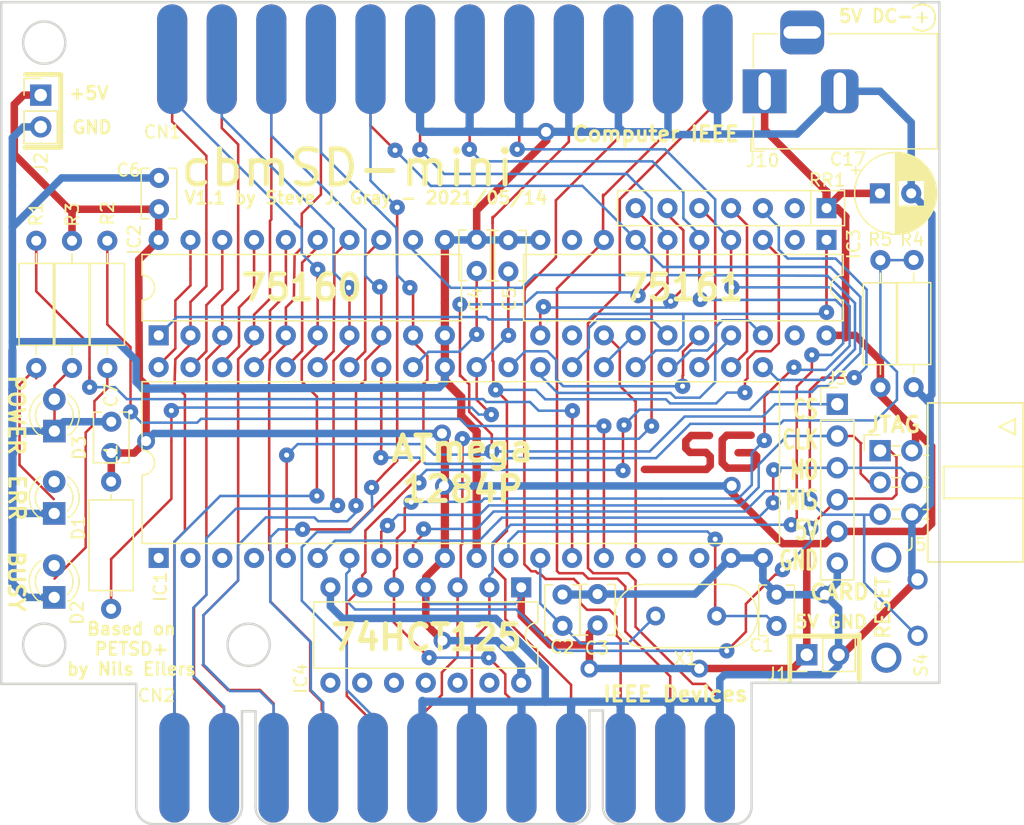
<source format=kicad_pcb>
(kicad_pcb (version 20171130) (host pcbnew "(5.1.9)-1")
  (layers (0 F.Cu jumper) (31 B.Cu signal) (34 B.Paste user) (35 F.Paste user hide) (36 B.SilkS user) (37 F.SilkS user) (38 B.Mask user hide) (39 F.Mask user hide) (44 Edge.Cuts user))
  (net 0 "")
  (net 1 GND)
  (net 2 VCC)
  (net 3 "Net-(C4-Pad1)")
  (net 4 "Net-(D1-Pad2)")
  (net 5 "Net-(D2-Pad2)")
  (net 6 "Net-(C1-Pad2)")
  (net 7 "Net-(C2-Pad2)")
  (net 8 "Net-(C5-Pad1)")
  (net 9 "Net-(D3-Pad2)")
  (net 10 B_REN)
  (net 11 B_D8)
  (net 12 B_D7)
  (net 13 B_D6)
  (net 14 B_D5)
  (net 15 SHLD)
  (net 16 B_ATN)
  (net 17 B_SRQ)
  (net 18 B_IFC)
  (net 19 B_NDAC)
  (net 20 B_NRFD)
  (net 21 B_DAV)
  (net 22 B_EOI)
  (net 23 B_D4)
  (net 24 B_D3)
  (net 25 B_D2)
  (net 26 B_D1)
  (net 27 D8)
  (net 28 SCL)
  (net 29 SDA)
  (net 30 IFC)
  (net 31 SDCS)
  (net 32 TE)
  (net 33 MOSI)
  (net 34 EOI)
  (net 35 MISO)
  (net 36 DAV)
  (net 37 SCK)
  (net 38 NDAC)
  (net 39 ~RES)
  (net 40 NRFD)
  (net 41 LEDR)
  (net 42 D7)
  (net 43 LEDG)
  (net 44 D6)
  (net 45 ATN)
  (net 46 D5)
  (net 47 D4)
  (net 48 D3)
  (net 49 D2)
  (net 50 D1)
  (net 51 DC)
  (net 52 BTN)
  (module Package_DIP:DIP-40_W15.24mm (layer F.Cu) (at 129.794 110.1725 90)
    (fp_text reference IC1 (at -2.2987 0.1397 90) (layer F.SilkS))
    (fp_text value ATmega1284P)
    (pad 40 thru_hole oval (at 15.24 0 90) (size 1.6 1.6) (drill 0.8) (layers *.Cu *.Mask) (net 50 D1))
    (pad 20 thru_hole oval (at 0 48.26 90) (size 1.6 1.6) (drill 0.8) (layers *.Cu *.Mask) (net 1 GND))
    (pad 39 thru_hole oval (at 15.24 2.54 90) (size 1.6 1.6) (drill 0.8) (layers *.Cu *.Mask) (net 49 D2))
    (pad 19 thru_hole oval (at 0 45.72 90) (size 1.6 1.6) (drill 0.8) (layers *.Cu *.Mask) (net 1 GND))
    (pad 38 thru_hole oval (at 15.24 5.08 90) (size 1.6 1.6) (drill 0.8) (layers *.Cu *.Mask) (net 48 D3))
    (pad 18 thru_hole oval (at 0 43.18 90) (size 1.6 1.6) (drill 0.8) (layers *.Cu *.Mask))
    (pad 37 thru_hole oval (at 15.24 7.62 90) (size 1.6 1.6) (drill 0.8) (layers *.Cu *.Mask) (net 47 D4))
    (pad 17 thru_hole oval (at 0 40.64 90) (size 1.6 1.6) (drill 0.8) (layers *.Cu *.Mask))
    (pad 36 thru_hole oval (at 15.24 10.16 90) (size 1.6 1.6) (drill 0.8) (layers *.Cu *.Mask) (net 46 D5))
    (pad 16 thru_hole oval (at 0 38.1 90) (size 1.6 1.6) (drill 0.8) (layers *.Cu *.Mask) (net 45 ATN))
    (pad 35 thru_hole oval (at 15.24 12.7 90) (size 1.6 1.6) (drill 0.8) (layers *.Cu *.Mask) (net 44 D6))
    (pad 15 thru_hole oval (at 0 35.56 90) (size 1.6 1.6) (drill 0.8) (layers *.Cu *.Mask) (net 43 LEDG))
    (pad 34 thru_hole oval (at 15.24 15.24 90) (size 1.6 1.6) (drill 0.8) (layers *.Cu *.Mask) (net 42 D7))
    (pad 14 thru_hole oval (at 0 33.02 90) (size 1.6 1.6) (drill 0.8) (layers *.Cu *.Mask) (net 41 LEDR))
    (pad 33 thru_hole oval (at 15.24 17.78 90) (size 1.6 1.6) (drill 0.8) (layers *.Cu *.Mask) (net 52 BTN))
    (pad 13 thru_hole oval (at 0 30.48 90) (size 1.6 1.6) (drill 0.8) (layers *.Cu *.Mask) (net 7 "Net-(C2-Pad2)"))
    (pad 32 thru_hole oval (at 15.24 20.32 90) (size 1.6 1.6) (drill 0.8) (layers *.Cu *.Mask) (net 3 "Net-(C4-Pad1)"))
    (pad 12 thru_hole oval (at 0 27.94 90) (size 1.6 1.6) (drill 0.8) (layers *.Cu *.Mask) (net 6 "Net-(C1-Pad2)"))
    (pad 31 thru_hole oval (at 15.24 22.86 90) (size 1.6 1.6) (drill 0.8) (layers *.Cu *.Mask) (net 1 GND))
    (pad 11 thru_hole oval (at 0 25.4 90) (size 1.6 1.6) (drill 0.8) (layers *.Cu *.Mask) (net 1 GND))
    (pad 30 thru_hole oval (at 15.24 25.4 90) (size 1.6 1.6) (drill 0.8) (layers *.Cu *.Mask) (net 8 "Net-(C5-Pad1)"))
    (pad 10 thru_hole oval (at 0 22.86 90) (size 1.6 1.6) (drill 0.8) (layers *.Cu *.Mask) (net 2 VCC))
    (pad 29 thru_hole oval (at 15.24 27.94 90) (size 1.6 1.6) (drill 0.8) (layers *.Cu *.Mask) (net 40 NRFD))
    (pad 9 thru_hole oval (at 0 20.32 90) (size 1.6 1.6) (drill 0.8) (layers *.Cu *.Mask) (net 39 ~RES))
    (pad 28 thru_hole oval (at 15.24 30.48 90) (size 1.6 1.6) (drill 0.8) (layers *.Cu *.Mask) (net 38 NDAC))
    (pad 8 thru_hole oval (at 0 17.78 90) (size 1.6 1.6) (drill 0.8) (layers *.Cu *.Mask) (net 37 SCK))
    (pad 27 thru_hole oval (at 15.24 33.02 90) (size 1.6 1.6) (drill 0.8) (layers *.Cu *.Mask) (net 36 DAV))
    (pad 7 thru_hole oval (at 0 15.24 90) (size 1.6 1.6) (drill 0.8) (layers *.Cu *.Mask) (net 35 MISO))
    (pad 26 thru_hole oval (at 15.24 35.56 90) (size 1.6 1.6) (drill 0.8) (layers *.Cu *.Mask) (net 34 EOI))
    (pad 6 thru_hole oval (at 0 12.7 90) (size 1.6 1.6) (drill 0.8) (layers *.Cu *.Mask) (net 33 MOSI))
    (pad 25 thru_hole oval (at 15.24 38.1 90) (size 1.6 1.6) (drill 0.8) (layers *.Cu *.Mask) (net 32 TE))
    (pad 5 thru_hole oval (at 0 10.16 90) (size 1.6 1.6) (drill 0.8) (layers *.Cu *.Mask) (net 31 SDCS))
    (pad 24 thru_hole oval (at 15.24 40.64 90) (size 1.6 1.6) (drill 0.8) (layers *.Cu *.Mask) (net 30 IFC))
    (pad 4 thru_hole oval (at 0 7.62 90) (size 1.6 1.6) (drill 0.8) (layers *.Cu *.Mask))
    (pad 23 thru_hole oval (at 15.24 43.18 90) (size 1.6 1.6) (drill 0.8) (layers *.Cu *.Mask) (net 29 SDA))
    (pad 3 thru_hole oval (at 0 5.08 90) (size 1.6 1.6) (drill 0.8) (layers *.Cu *.Mask))
    (pad 22 thru_hole oval (at 15.24 45.72 90) (size 1.6 1.6) (drill 0.8) (layers *.Cu *.Mask) (net 28 SCL))
    (pad 2 thru_hole oval (at 0 2.54 90) (size 1.6 1.6) (drill 0.8) (layers *.Cu *.Mask))
    (pad 21 thru_hole oval (at 15.24 48.26 90) (size 1.6 1.6) (drill 0.8) (layers *.Cu *.Mask) (net 27 D8))
    (pad 1 thru_hole rect (at 0 0 90) (size 1.6 1.6) (drill 0.8) (layers *.Cu *.Mask))
  )
  (module Connector_PinHeader_2.54mm:PinHeader_1x02_P2.54mm_Vertical (layer F.Cu) (at 181.5592 117.9068 90)
    (fp_text reference J1 (at -1.5367 -2.3622 180) (layer F.SilkS))
    (fp_text value Conn_01x02)
    (pad 2 thru_hole oval (at 0 2.54 90) (size 1.7 1.7) (drill 1) (layers *.Cu *.Mask) (net 1 GND))
    (pad 1 thru_hole rect (at 0 0 90) (size 1.7 1.7) (drill 1) (layers *.Cu *.Mask) (net 2 VCC))
  )
  (module eilers4:TASTER_3305 (layer F.Cu) (at 187.91174 114.13744)
    (fp_text reference S4 (at 2.7686 4.5974 270) (layer F.SilkS))
    (fp_text value Reset hide)
    (pad 1 thru_hole circle (at 2.49936 -2.25044) (size 1.6 1.6) (drill 1) (layers *.Cu *.Mask) (net 1 GND))
    (pad "" thru_hole circle (at 0 -4.0005) (size 2.4 2.4) (drill 1.6) (layers *.Cu *.Mask))
    (pad "" thru_hole circle (at 0 4.0005) (size 2.4 2.4) (drill 1.6) (layers *.Cu *.Mask))
    (pad 2 thru_hole circle (at 2.49936 2.25044) (size 1.6 1.6) (drill 1) (layers *.Cu *.Mask) (net 39 ~RES))
  )
  (module eilers4:WSL_6W (layer F.Cu) (at 187.4139 101.6)
    (fp_text reference J5 (at 2.8702 7.5057) (layer F.SilkS))
    (fp_text value "ISP Connector")
    (pad 1 thru_hole rect (at 0 0) (size 1.7 1.7) (drill 1) (layers *.Cu *.Mask) (net 35 MISO))
    (pad 2 thru_hole oval (at 2.54 0) (size 1.7 1.7) (drill 1) (layers *.Cu *.Mask) (net 2 VCC))
    (pad 3 thru_hole oval (at 0 2.54) (size 1.7 1.7) (drill 1) (layers *.Cu *.Mask) (net 37 SCK))
    (pad 4 thru_hole oval (at 2.54 2.54) (size 1.7 1.7) (drill 1) (layers *.Cu *.Mask) (net 33 MOSI))
    (pad 5 thru_hole oval (at 0 5.08) (size 1.7 1.7) (drill 1) (layers *.Cu *.Mask) (net 39 ~RES))
    (pad 6 thru_hole oval (at 2.54 5.08) (size 1.7 1.7) (drill 1) (layers *.Cu *.Mask) (net 1 GND))
  )
  (module Package_DIP:DIP-14_W7.62mm (layer F.Cu) (at 158.75 112.522 270)
    (fp_text reference IC4 (at 7.2898 17.6022 90) (layer F.SilkS))
    (fp_text value 74HCT125)
    (pad 14 thru_hole oval (at 7.62 0 270) (size 1.6 1.6) (drill 0.8) (layers *.Cu *.Mask) (net 2 VCC))
    (pad 7 thru_hole oval (at 0 15.24 270) (size 1.6 1.6) (drill 0.8) (layers *.Cu *.Mask) (net 1 GND))
    (pad 13 thru_hole oval (at 7.62 2.54 270) (size 1.6 1.6) (drill 0.8) (layers *.Cu *.Mask))
    (pad 6 thru_hole oval (at 0 12.7 270) (size 1.6 1.6) (drill 0.8) (layers *.Cu *.Mask) (net 22 B_EOI))
    (pad 12 thru_hole oval (at 7.62 5.08 270) (size 1.6 1.6) (drill 0.8) (layers *.Cu *.Mask))
    (pad 5 thru_hole oval (at 0 10.16 270) (size 1.6 1.6) (drill 0.8) (layers *.Cu *.Mask) (net 19 B_NDAC))
    (pad 11 thru_hole oval (at 7.62 7.62 270) (size 1.6 1.6) (drill 0.8) (layers *.Cu *.Mask))
    (pad 4 thru_hole oval (at 0 7.62 270) (size 1.6 1.6) (drill 0.8) (layers *.Cu *.Mask) (net 2 VCC))
    (pad 10 thru_hole oval (at 7.62 10.16 270) (size 1.6 1.6) (drill 0.8) (layers *.Cu *.Mask))
    (pad 3 thru_hole oval (at 0 5.08 270) (size 1.6 1.6) (drill 0.8) (layers *.Cu *.Mask) (net 21 B_DAV))
    (pad 9 thru_hole oval (at 7.62 12.7 270) (size 1.6 1.6) (drill 0.8) (layers *.Cu *.Mask))
    (pad 2 thru_hole oval (at 0 2.54 270) (size 1.6 1.6) (drill 0.8) (layers *.Cu *.Mask) (net 20 B_NRFD))
    (pad 8 thru_hole oval (at 7.62 15.24 270) (size 1.6 1.6) (drill 0.8) (layers *.Cu *.Mask))
    (pad 1 thru_hole rect (at 0 0 270) (size 1.6 1.6) (drill 0.8) (layers *.Cu *.Mask) (net 2 VCC))
  )
  (module Inductor_THT:L_Axial_L7.0mm_D3.3mm_P10.16mm_Horizontal_Fastron_MICC (layer F.Cu) (at 125.9967 104.0765 270)
    (fp_text reference L1 (at -2.1336 0.0127 90) (layer F.SilkS))
    (fp_text value "10 µH")
    (pad 2 thru_hole oval (at 10.16 0 270) (size 1.6 1.6) (drill 0.8) (layers *.Cu *.Mask) (net 8 "Net-(C5-Pad1)"))
    (pad 1 thru_hole circle (at 0 0 270) (size 1.6 1.6) (drill 0.8) (layers *.Cu *.Mask) (net 2 VCC))
  )
  (module Resistor_THT:R_Array_SIP7 (layer F.Cu) (at 183.134 82.2325 180)
    (fp_text reference RR1 (at -0.0635 2.2352) (layer F.SilkS))
    (fp_text value "6 x 10k")
    (pad 7 thru_hole oval (at 15.24 0 180) (size 1.6 1.6) (drill 0.8) (layers *.Cu *.Mask) (net 31 SDCS))
    (pad 6 thru_hole oval (at 12.7 0 180) (size 1.6 1.6) (drill 0.8) (layers *.Cu *.Mask) (net 51 DC))
    (pad 5 thru_hole oval (at 10.16 0 180) (size 1.6 1.6) (drill 0.8) (layers *.Cu *.Mask) (net 29 SDA))
    (pad 4 thru_hole oval (at 7.62 0 180) (size 1.6 1.6) (drill 0.8) (layers *.Cu *.Mask) (net 28 SCL))
    (pad 3 thru_hole oval (at 5.08 0 180) (size 1.6 1.6) (drill 0.8) (layers *.Cu *.Mask) (net 39 ~RES))
    (pad 2 thru_hole oval (at 2.54 0 180) (size 1.6 1.6) (drill 0.8) (layers *.Cu *.Mask))
    (pad 1 thru_hole rect (at 0 0 180) (size 1.6 1.6) (drill 0.8) (layers *.Cu *.Mask) (net 2 VCC))
  )
  (module Connector_BarrelJack:BarrelJack_Horizontal (layer F.Cu) (at 178.1937 72.898 180)
    (fp_text reference J10 (at 0.1524 -5.5372) (layer F.SilkS))
    (fp_text value DC_JACK)
    (pad 3 thru_hole roundrect (at -3 4.7 180) (size 3.5 3.5) (drill oval 3 1) (layers *.Cu *.Mask))
    (pad 2 thru_hole roundrect (at -6 0 180) (size 3 3.5) (drill oval 1 3) (layers *.Cu *.Mask) (net 1 GND))
    (pad 1 thru_hole rect (at 0 0 180) (size 3.5 3.5) (drill oval 1 3) (layers *.Cu *.Mask) (net 2 VCC))
  )
  (module LED_THT:LED_D3.0mm_Clear (layer F.Cu) (at 121.4628 100.0379 90)
    (fp_text reference D3 (at -1.3335 1.9939 90) (layer F.SilkS))
    (fp_text value YEL)
    (pad 2 thru_hole circle (at 2.54 0 90) (size 1.8 1.8) (drill 0.9) (layers *.Cu *.Mask) (net 9 "Net-(D3-Pad2)"))
    (pad 1 thru_hole rect (at 0 0 90) (size 1.8 1.8) (drill 0.9) (layers *.Cu *.Mask) (net 1 GND))
  )
  (module LED_THT:LED_D3.0mm_Clear (layer F.Cu) (at 121.4501 113.3221 90)
    (fp_text reference D2 (at -1.2192 1.8288 90) (layer F.SilkS))
    (fp_text value GRN)
    (pad 2 thru_hole circle (at 2.54 0 90) (size 1.8 1.8) (drill 0.9) (layers *.Cu *.Mask) (net 5 "Net-(D2-Pad2)"))
    (pad 1 thru_hole rect (at 0 0 90) (size 1.8 1.8) (drill 0.9) (layers *.Cu *.Mask) (net 1 GND))
  )
  (module LED_THT:LED_D3.0mm_Clear (layer F.Cu) (at 121.4501 106.6165 90)
    (fp_text reference D1 (at -1.1684 1.9431 90) (layer F.SilkS))
    (fp_text value RED)
    (pad 2 thru_hole circle (at 2.54 0 90) (size 1.8 1.8) (drill 0.9) (layers *.Cu *.Mask) (net 4 "Net-(D1-Pad2)"))
    (pad 1 thru_hole rect (at 0 0 90) (size 1.8 1.8) (drill 0.9) (layers *.Cu *.Mask) (net 1 GND))
  )
  (module Resistor_THT:R_Axial_DIN0207_L6.3mm_D2.5mm_P10.16mm_Horizontal (layer F.Cu) (at 122.8725 94.996 90)
    (fp_text reference R3 (at 12.2428 0.0254 90) (layer F.SilkS))
    (fp_text value 330)
    (pad 2 thru_hole oval (at 10.16 0 90) (size 1.6 1.6) (drill 0.8) (layers *.Cu *.Mask) (net 2 VCC))
    (pad 1 thru_hole circle (at 0 0 90) (size 1.6 1.6) (drill 0.8) (layers *.Cu *.Mask) (net 9 "Net-(D3-Pad2)"))
  )
  (module Resistor_THT:R_Axial_DIN0207_L6.3mm_D2.5mm_P10.16mm_Horizontal (layer F.Cu) (at 125.6919 84.836 270)
    (fp_text reference R2 (at -2.1971 -0.0127 90) (layer F.SilkS))
    (fp_text value 330)
    (pad 2 thru_hole oval (at 10.16 0 270) (size 1.6 1.6) (drill 0.8) (layers *.Cu *.Mask) (net 5 "Net-(D2-Pad2)"))
    (pad 1 thru_hole circle (at 0 0 270) (size 1.6 1.6) (drill 0.8) (layers *.Cu *.Mask) (net 43 LEDG))
  )
  (module Resistor_THT:R_Axial_DIN0207_L6.3mm_D2.5mm_P10.16mm_Horizontal (layer F.Cu) (at 120.015 84.836 270)
    (fp_text reference R1 (at -2.1209 0.0127 90) (layer F.SilkS))
    (fp_text value 330)
    (pad 2 thru_hole oval (at 10.16 0 270) (size 1.6 1.6) (drill 0.8) (layers *.Cu *.Mask) (net 4 "Net-(D1-Pad2)"))
    (pad 1 thru_hole circle (at 0 0 270) (size 1.6 1.6) (drill 0.8) (layers *.Cu *.Mask) (net 41 LEDR))
  )
  (module Crystal:Crystal_HC49-4H_Vertical (layer F.Cu) (at 169.4815 114.808)
    (fp_text reference X1 (at 2.413 3.4036) (layer F.SilkS))
    (fp_text value "16 MHz")
    (pad 2 thru_hole circle (at 4.88 0) (size 1.5 1.5) (drill 0.8) (layers *.Cu *.Mask) (net 6 "Net-(C1-Pad2)"))
    (pad 1 thru_hole circle (at 0 0) (size 1.5 1.5) (drill 0.8) (layers *.Cu *.Mask) (net 7 "Net-(C2-Pad2)"))
  )
  (module Capacitor_THT:C_Disc_D3.8mm_W2.6mm_P2.50mm (layer F.Cu) (at 126.0094 99.2905 270)
    (fp_text reference C7 (at -2.112 0.0127 90) (layer F.SilkS))
    (fp_text value "100 nF")
    (pad 2 thru_hole circle (at 2.5 0 270) (size 1.6 1.6) (drill 0.8) (layers *.Cu *.Mask) (net 2 VCC))
    (pad 1 thru_hole circle (at 0 0 270) (size 1.6 1.6) (drill 0.8) (layers *.Cu *.Mask) (net 1 GND))
  )
  (module Capacitor_THT:C_Disc_D3.8mm_W2.6mm_P2.50mm (layer F.Cu) (at 129.8194 79.8195 270)
    (fp_text reference C6 (at -0.6223 2.4257) (layer F.SilkS))
    (fp_text value "100 nF")
    (pad 2 thru_hole circle (at 2.5 0 270) (size 1.6 1.6) (drill 0.8) (layers *.Cu *.Mask) (net 2 VCC))
    (pad 1 thru_hole circle (at 0 0 270) (size 1.6 1.6) (drill 0.8) (layers *.Cu *.Mask) (net 1 GND))
  )
  (module Capacitor_THT:C_Disc_D3.8mm_W2.6mm_P2.50mm (layer F.Cu) (at 157.7213 87.2852 90)
    (fp_text reference C5 (at -2.2117 0.0889 90) (layer F.SilkS))
    (fp_text value "100 nF")
    (pad 2 thru_hole circle (at 2.5 0 90) (size 1.6 1.6) (drill 0.8) (layers *.Cu *.Mask) (net 1 GND))
    (pad 1 thru_hole circle (at 0 0 90) (size 1.6 1.6) (drill 0.8) (layers *.Cu *.Mask) (net 8 "Net-(C5-Pad1)"))
  )
  (module Capacitor_THT:C_Disc_D3.8mm_W2.6mm_P2.50mm (layer F.Cu) (at 155.194 87.2471 90)
    (fp_text reference C4 (at -2.2879 -0.0762 90) (layer F.SilkS))
    (fp_text value "100 nF")
    (pad 2 thru_hole circle (at 2.5 0 90) (size 1.6 1.6) (drill 0.8) (layers *.Cu *.Mask) (net 1 GND))
    (pad 1 thru_hole circle (at 0 0 90) (size 1.6 1.6) (drill 0.8) (layers *.Cu *.Mask) (net 3 "Net-(C4-Pad1)"))
  )
  (module Capacitor_THT:C_Disc_D3.8mm_W2.6mm_P2.50mm (layer F.Cu) (at 164.846 113.0554 270)
    (fp_text reference C3 (at 4.318 0.0508 180) (layer F.SilkS))
    (fp_text value "100 nF")
    (pad 2 thru_hole circle (at 2.5 0 270) (size 1.6 1.6) (drill 0.8) (layers *.Cu *.Mask) (net 2 VCC))
    (pad 1 thru_hole circle (at 0 0 270) (size 1.6 1.6) (drill 0.8) (layers *.Cu *.Mask) (net 1 GND))
  )
  (module Capacitor_THT:C_Disc_D3.8mm_W2.6mm_P2.50mm (layer F.Cu) (at 162.052 113.0935 270)
    (fp_text reference C2 (at 4.191 0.0254 180) (layer F.SilkS))
    (fp_text value "18 pF")
    (pad 2 thru_hole circle (at 2.5 0 270) (size 1.6 1.6) (drill 0.8) (layers *.Cu *.Mask) (net 7 "Net-(C2-Pad2)"))
    (pad 1 thru_hole circle (at 0 0 270) (size 1.6 1.6) (drill 0.8) (layers *.Cu *.Mask) (net 1 GND))
  )
  (module Capacitor_THT:C_Disc_D3.8mm_W2.6mm_P2.50mm (layer F.Cu) (at 179.1462 113.1062 270)
    (fp_text reference C1 (at 4.0386 1.2065 180) (layer F.SilkS))
    (fp_text value "18 pF")
    (pad 2 thru_hole circle (at 2.5 0 270) (size 1.6 1.6) (drill 0.8) (layers *.Cu *.Mask) (net 6 "Net-(C1-Pad2)"))
    (pad 1 thru_hole circle (at 0 0 270) (size 1.6 1.6) (drill 0.8) (layers *.Cu *.Mask) (net 1 GND))
  )
  (module Resistor_THT:R_Axial_DIN0207_L6.3mm_D2.5mm_P10.16mm_Horizontal (layer F.Cu) (at 187.4393 96.5454 90)
    (fp_text reference R5 (at 11.811 -0.0127 180) (layer F.SilkS))
    (fp_text value R)
    (pad 2 thru_hole oval (at 10.16 0 90) (size 1.6 1.6) (drill 0.8) (layers *.Cu *.Mask) (net 52 BTN))
    (pad 1 thru_hole circle (at 0 0 90) (size 1.6 1.6) (drill 0.8) (layers *.Cu *.Mask) (net 2 VCC))
  )
  (module Capacitor_THT:CP_Radial_D6.3mm_P2.50mm (layer F.Cu) (at 187.4012 81.0514)
    (fp_text reference C17 (at -2.5527 -2.7305) (layer F.SilkS))
    (fp_text value 47µF/16V)
    (pad 2 thru_hole circle (at 2.5 0) (size 1.6 1.6) (drill 0.8) (layers *.Cu *.Mask) (net 1 GND))
    (pad 1 thru_hole rect (at 0 0) (size 1.6 1.6) (drill 0.8) (layers *.Cu *.Mask) (net 2 VCC))
  )
  (module Package_DIP:DIP-20_W7.62mm (layer F.Cu) (at 183.134 84.7725 270)
    (fp_text reference IC3 (at 0.3302 -2.1717 90) (layer F.SilkS))
    (fp_text value 75161P)
    (pad 20 thru_hole oval (at 7.62 0 270) (size 1.6 1.6) (drill 0.8) (layers *.Cu *.Mask) (net 2 VCC))
    (pad 10 thru_hole oval (at 0 22.86 270) (size 1.6 1.6) (drill 0.8) (layers *.Cu *.Mask) (net 1 GND))
    (pad 19 thru_hole oval (at 7.62 2.54 270) (size 1.6 1.6) (drill 0.8) (layers *.Cu *.Mask))
    (pad 9 thru_hole oval (at 0 20.32 270) (size 1.6 1.6) (drill 0.8) (layers *.Cu *.Mask))
    (pad 18 thru_hole oval (at 7.62 5.08 270) (size 1.6 1.6) (drill 0.8) (layers *.Cu *.Mask) (net 30 IFC))
    (pad 8 thru_hole oval (at 0 17.78 270) (size 1.6 1.6) (drill 0.8) (layers *.Cu *.Mask) (net 16 B_ATN))
    (pad 17 thru_hole oval (at 7.62 7.62 270) (size 1.6 1.6) (drill 0.8) (layers *.Cu *.Mask) (net 38 NDAC))
    (pad 7 thru_hole oval (at 0 15.24 270) (size 1.6 1.6) (drill 0.8) (layers *.Cu *.Mask) (net 22 B_EOI))
    (pad 16 thru_hole oval (at 7.62 10.16 270) (size 1.6 1.6) (drill 0.8) (layers *.Cu *.Mask) (net 40 NRFD))
    (pad 6 thru_hole oval (at 0 12.7 270) (size 1.6 1.6) (drill 0.8) (layers *.Cu *.Mask) (net 21 B_DAV))
    (pad 15 thru_hole oval (at 7.62 12.7 270) (size 1.6 1.6) (drill 0.8) (layers *.Cu *.Mask) (net 36 DAV))
    (pad 5 thru_hole oval (at 0 10.16 270) (size 1.6 1.6) (drill 0.8) (layers *.Cu *.Mask) (net 20 B_NRFD))
    (pad 14 thru_hole oval (at 7.62 15.24 270) (size 1.6 1.6) (drill 0.8) (layers *.Cu *.Mask) (net 34 EOI))
    (pad 4 thru_hole oval (at 0 7.62 270) (size 1.6 1.6) (drill 0.8) (layers *.Cu *.Mask) (net 19 B_NDAC))
    (pad 13 thru_hole oval (at 7.62 17.78 270) (size 1.6 1.6) (drill 0.8) (layers *.Cu *.Mask) (net 45 ATN))
    (pad 3 thru_hole oval (at 0 5.08 270) (size 1.6 1.6) (drill 0.8) (layers *.Cu *.Mask) (net 18 B_IFC))
    (pad 12 thru_hole oval (at 7.62 20.32 270) (size 1.6 1.6) (drill 0.8) (layers *.Cu *.Mask))
    (pad 2 thru_hole oval (at 0 2.54 270) (size 1.6 1.6) (drill 0.8) (layers *.Cu *.Mask))
    (pad 11 thru_hole oval (at 7.62 22.86 270) (size 1.6 1.6) (drill 0.8) (layers *.Cu *.Mask) (net 51 DC))
    (pad 1 thru_hole rect (at 0 0 270) (size 1.6 1.6) (drill 0.8) (layers *.Cu *.Mask) (net 32 TE))
  )
  (module Package_DIP:DIP-20_W7.62mm (layer F.Cu) (at 129.794 92.3925 90)
    (fp_text reference IC2 (at 7.6454 -1.9431 90) (layer F.SilkS))
    (fp_text value 75160P)
    (pad 20 thru_hole oval (at 7.62 0 90) (size 1.6 1.6) (drill 0.8) (layers *.Cu *.Mask) (net 2 VCC))
    (pad 10 thru_hole oval (at 0 22.86 90) (size 1.6 1.6) (drill 0.8) (layers *.Cu *.Mask) (net 1 GND))
    (pad 19 thru_hole oval (at 7.62 2.54 90) (size 1.6 1.6) (drill 0.8) (layers *.Cu *.Mask) (net 50 D1))
    (pad 9 thru_hole oval (at 0 20.32 90) (size 1.6 1.6) (drill 0.8) (layers *.Cu *.Mask) (net 11 B_D8))
    (pad 18 thru_hole oval (at 7.62 5.08 90) (size 1.6 1.6) (drill 0.8) (layers *.Cu *.Mask) (net 49 D2))
    (pad 8 thru_hole oval (at 0 17.78 90) (size 1.6 1.6) (drill 0.8) (layers *.Cu *.Mask) (net 12 B_D7))
    (pad 17 thru_hole oval (at 7.62 7.62 90) (size 1.6 1.6) (drill 0.8) (layers *.Cu *.Mask) (net 48 D3))
    (pad 7 thru_hole oval (at 0 15.24 90) (size 1.6 1.6) (drill 0.8) (layers *.Cu *.Mask) (net 13 B_D6))
    (pad 16 thru_hole oval (at 7.62 10.16 90) (size 1.6 1.6) (drill 0.8) (layers *.Cu *.Mask) (net 47 D4))
    (pad 6 thru_hole oval (at 0 12.7 90) (size 1.6 1.6) (drill 0.8) (layers *.Cu *.Mask) (net 14 B_D5))
    (pad 15 thru_hole oval (at 7.62 12.7 90) (size 1.6 1.6) (drill 0.8) (layers *.Cu *.Mask) (net 46 D5))
    (pad 5 thru_hole oval (at 0 10.16 90) (size 1.6 1.6) (drill 0.8) (layers *.Cu *.Mask) (net 23 B_D4))
    (pad 14 thru_hole oval (at 7.62 15.24 90) (size 1.6 1.6) (drill 0.8) (layers *.Cu *.Mask) (net 44 D6))
    (pad 4 thru_hole oval (at 0 7.62 90) (size 1.6 1.6) (drill 0.8) (layers *.Cu *.Mask) (net 24 B_D3))
    (pad 13 thru_hole oval (at 7.62 17.78 90) (size 1.6 1.6) (drill 0.8) (layers *.Cu *.Mask) (net 42 D7))
    (pad 3 thru_hole oval (at 0 5.08 90) (size 1.6 1.6) (drill 0.8) (layers *.Cu *.Mask) (net 25 B_D2))
    (pad 12 thru_hole oval (at 7.62 20.32 90) (size 1.6 1.6) (drill 0.8) (layers *.Cu *.Mask) (net 27 D8))
    (pad 2 thru_hole oval (at 0 2.54 90) (size 1.6 1.6) (drill 0.8) (layers *.Cu *.Mask) (net 26 B_D1))
    (pad 11 thru_hole oval (at 7.62 22.86 90) (size 1.6 1.6) (drill 0.8) (layers *.Cu *.Mask) (net 1 GND))
    (pad 1 thru_hole rect (at 0 0 90) (size 1.6 1.6) (drill 0.8) (layers *.Cu *.Mask) (net 32 TE))
  )
  (module Resistor_THT:R_Axial_DIN0207_L6.3mm_D2.5mm_P10.16mm_Horizontal (layer F.Cu) (at 190.0936 86.3727 270)
    (fp_text reference R4 (at -1.6256 0.1143 180) (layer F.SilkS))
    (fp_text value R)
    (pad 2 thru_hole oval (at 10.16 0 270) (size 1.6 1.6) (drill 0.8) (layers *.Cu *.Mask) (net 1 GND))
    (pad 1 thru_hole circle (at 0 0 270) (size 1.6 1.6) (drill 0.8) (layers *.Cu *.Mask) (net 52 BTN))
  )
  (module Connector_PinHeader_2.54mm:PinHeader_1x06_P2.54mm_Vertical (layer F.Cu) (at 183.9976 97.8916)
    (fp_text reference J3 (at -0.0254 -2.0701 180) (layer F.SilkS))
    (fp_text value "SD CARD")
    (pad 6 thru_hole oval (at 0 12.7) (size 1.7 1.7) (drill 1) (layers *.Cu *.Mask) (net 1 GND))
    (pad 5 thru_hole oval (at 0 10.16) (size 1.7 1.7) (drill 1) (layers *.Cu *.Mask) (net 2 VCC))
    (pad 4 thru_hole oval (at 0 7.62) (size 1.7 1.7) (drill 1) (layers *.Cu *.Mask) (net 35 MISO))
    (pad 3 thru_hole oval (at 0 5.08) (size 1.7 1.7) (drill 1) (layers *.Cu *.Mask) (net 33 MOSI))
    (pad 2 thru_hole oval (at 0 2.54) (size 1.7 1.7) (drill 1) (layers *.Cu *.Mask) (net 37 SCK))
    (pad 1 thru_hole rect (at 0 0) (size 1.7 1.7) (drill 1) (layers *.Cu *.Mask) (net 31 SDCS))
  )
  (module KU-14194HB-RevB-KiCad:EDGE_CON_24P (layer F.Cu) (at 174.4335 70.3326 180)
    (fp_text reference CN1 (at 44.3347 -5.8166) (layer F.SilkS))
    (fp_text value EDGE_CON_02x12)
    (pad N smd oval (at 0 0 180) (size 2.41 8.76) (layers B.Cu F.Paste F.Mask) (net 1 GND))
    (pad M smd oval (at 3.96 0 180) (size 2.41 8.76) (layers B.Cu F.Paste F.Mask) (net 1 GND))
    (pad L smd oval (at 7.92 0 180) (size 2.41 8.76) (layers B.Cu F.Paste F.Mask) (net 1 GND))
    (pad K smd oval (at 11.88 0 180) (size 2.41 8.76) (layers B.Cu F.Paste F.Mask) (net 1 GND))
    (pad J smd oval (at 15.84 0 180) (size 2.41 8.76) (layers B.Cu F.Paste F.Mask) (net 1 GND))
    (pad H smd oval (at 19.8 0 180) (size 2.41 8.76) (layers B.Cu F.Paste F.Mask) (net 1 GND))
    (pad F smd oval (at 23.76 0 180) (size 2.41 8.76) (layers B.Cu F.Paste F.Mask) (net 1 GND))
    (pad E smd oval (at 27.72 0 180) (size 2.41 8.76) (layers B.Cu F.Paste F.Mask) (net 10 B_REN))
    (pad D smd oval (at 31.68 0 180) (size 2.41 8.76) (layers B.Cu F.Paste F.Mask) (net 11 B_D8))
    (pad C smd oval (at 35.64 0 180) (size 2.41 8.76) (layers B.Cu F.Paste F.Mask) (net 12 B_D7))
    (pad B smd oval (at 39.6 0 180) (size 2.41 8.76) (layers B.Cu F.Paste F.Mask) (net 13 B_D6))
    (pad A smd oval (at 43.56 0 180) (size 2.41 8.76) (layers B.Cu B.Paste B.Mask) (net 14 B_D5))
    (pad 12 smd oval (at 0 0 180) (size 2.41 8.76) (layers F.Cu F.Paste F.Mask) (net 15 SHLD))
    (pad 11 smd oval (at 3.96 0 180) (size 2.41 8.76) (layers F.Cu F.Paste F.Mask) (net 16 B_ATN))
    (pad 10 smd oval (at 7.92 0 180) (size 2.41 8.76) (layers F.Cu F.Paste F.Mask) (net 17 B_SRQ))
    (pad 9 smd oval (at 11.88 0 180) (size 2.41 8.76) (layers F.Cu F.Paste F.Mask) (net 18 B_IFC))
    (pad 8 smd oval (at 15.84 0 180) (size 2.41 8.76) (layers F.Cu F.Paste F.Mask) (net 19 B_NDAC))
    (pad 7 smd oval (at 19.8 0 180) (size 2.41 8.76) (layers F.Cu F.Paste F.Mask) (net 20 B_NRFD))
    (pad 6 smd oval (at 23.76 0 180) (size 2.41 8.76) (layers F.Cu F.Paste F.Mask) (net 21 B_DAV))
    (pad 5 smd oval (at 27.72 0 180) (size 2.41 8.76) (layers F.Cu F.Paste F.Mask) (net 22 B_EOI))
    (pad 4 smd oval (at 31.68 0 180) (size 2.41 8.76) (layers F.Cu F.Paste F.Mask) (net 23 B_D4))
    (pad 3 smd oval (at 35.64 0 180) (size 2.41 8.76) (layers F.Cu F.Paste F.Mask) (net 24 B_D3))
    (pad 2 smd oval (at 39.6 0 180) (size 2.41 8.76) (layers F.Cu F.Paste F.Mask) (net 25 B_D2))
    (pad 1 smd oval (at 43.56 0 180) (size 2.41 8.76) (layers F.Cu F.Paste F.Mask) (net 26 B_D1))
  )
  (module KU-14194HB-RevB-KiCad:EDGE_CON_24P (layer F.Cu) (at 174.6123 126.9238 180)
    (fp_text reference CN2 (at 44.9961 5.7658) (layer F.SilkS))
    (fp_text value EDGE_CON_02x12)
    (pad N smd oval (at 0 0 180) (size 2.41 8.76) (layers B.Cu F.Paste F.Mask) (net 1 GND))
    (pad M smd oval (at 3.96 0 180) (size 2.41 8.76) (layers B.Cu F.Paste F.Mask) (net 1 GND))
    (pad L smd oval (at 7.92 0 180) (size 2.41 8.76) (layers B.Cu F.Paste F.Mask) (net 1 GND))
    (pad K smd oval (at 11.88 0 180) (size 2.41 8.76) (layers B.Cu F.Paste F.Mask) (net 1 GND))
    (pad J smd oval (at 15.84 0 180) (size 2.41 8.76) (layers B.Cu F.Paste F.Mask) (net 1 GND))
    (pad H smd oval (at 19.8 0 180) (size 2.41 8.76) (layers B.Cu F.Paste F.Mask) (net 1 GND))
    (pad F smd oval (at 23.76 0 180) (size 2.41 8.76) (layers B.Cu F.Paste F.Mask) (net 1 GND))
    (pad E smd oval (at 27.72 0 180) (size 2.41 8.76) (layers B.Cu F.Paste F.Mask) (net 10 B_REN))
    (pad D smd oval (at 31.68 0 180) (size 2.41 8.76) (layers B.Cu F.Paste F.Mask) (net 11 B_D8))
    (pad C smd oval (at 35.64 0 180) (size 2.41 8.76) (layers B.Cu F.Paste F.Mask) (net 12 B_D7))
    (pad B smd oval (at 39.6 0 180) (size 2.41 8.76) (layers B.Cu F.Paste F.Mask) (net 13 B_D6))
    (pad A smd oval (at 43.56 0 180) (size 2.41 8.76) (layers B.Cu B.Paste B.Mask) (net 14 B_D5))
    (pad 12 smd oval (at 0 0 180) (size 2.41 8.76) (layers F.Cu F.Paste F.Mask) (net 15 SHLD))
    (pad 11 smd oval (at 3.96 0 180) (size 2.41 8.76) (layers F.Cu F.Paste F.Mask) (net 16 B_ATN))
    (pad 10 smd oval (at 7.92 0 180) (size 2.41 8.76) (layers F.Cu F.Paste F.Mask) (net 17 B_SRQ))
    (pad 9 smd oval (at 11.88 0 180) (size 2.41 8.76) (layers F.Cu F.Paste F.Mask) (net 18 B_IFC))
    (pad 8 smd oval (at 15.84 0 180) (size 2.41 8.76) (layers F.Cu F.Paste F.Mask) (net 19 B_NDAC))
    (pad 7 smd oval (at 19.8 0 180) (size 2.41 8.76) (layers F.Cu F.Paste F.Mask) (net 20 B_NRFD))
    (pad 6 smd oval (at 23.76 0 180) (size 2.41 8.76) (layers F.Cu F.Paste F.Mask) (net 21 B_DAV))
    (pad 5 smd oval (at 27.72 0 180) (size 2.41 8.76) (layers F.Cu F.Paste F.Mask) (net 22 B_EOI))
    (pad 4 smd oval (at 31.68 0 180) (size 2.41 8.76) (layers F.Cu F.Paste F.Mask) (net 23 B_D4))
    (pad 3 smd oval (at 35.64 0 180) (size 2.41 8.76) (layers F.Cu F.Paste F.Mask) (net 24 B_D3))
    (pad 2 smd oval (at 39.6 0 180) (size 2.41 8.76) (layers F.Cu F.Paste F.Mask) (net 25 B_D2))
    (pad 1 smd oval (at 43.56 0 180) (size 2.41 8.76) (layers F.Cu F.Paste F.Mask) (net 26 B_D1))
  )
  (module Connector_PinHeader_2.54mm:PinHeader_1x02_P2.54mm_Vertical (layer F.Cu) (at 120.3706 73.2028)
    (fp_text reference J2 (at 0.0254 5.4102 -90) (layer F.SilkS))
    (fp_text value Conn_01x02)
    (pad 2 thru_hole oval (at 0 2.54) (size 1.7 1.7) (drill 1) (layers *.Cu *.Mask) (net 1 GND))
    (pad 1 thru_hole rect (at 0 0) (size 1.7 1.7) (drill 1) (layers *.Cu *.Mask) (net 2 VCC))
  )
  (gr_text +5V (at 124.2187 73.0504) (layer F.SilkS) (effects (font (size 1.016 1.016) (thickness 0.2032))))
  (gr_circle (center 120.65 69.0118) (end 122.2629 69.507068) (layer Edge.Cuts) (width 0.20066))
  (gr_circle (center 120.65 117.104827) (end 122.2629 117.600095) (layer Edge.Cuts) (width 0.20066))
  (gr_line (start 180.2003 116.4082) (end 185.7502 116.4082) (layer F.SilkS) (width 0.381))
  (gr_line (start 185.7502 116.2939) (end 185.7502 119.8626) (layer F.SilkS) (width 0.381))
  (gr_line (start 192.151 120.142) (end 181.1655 120.142) (layer Edge.Cuts) (width 0.20066))
  (gr_line (start 192.151 65.786) (end 117.221 65.786) (layer Edge.Cuts) (width 0.20066))
  (gr_text "5V GND" (at 183.5023 115.2779) (layer F.SilkS) (effects (font (size 1.016 1.016) (thickness 0.2032))))
  (gr_line (start 180.2003 116.4844) (end 180.2003 120.0531) (layer F.SilkS) (width 0.381))
  (gr_text "+)" (at 191.0969 66.929) (layer F.SilkS) (effects (font (size 1 1))))
  (gr_text "(+)" (at 190.7032 67.0179 90) (layer F.SilkS) (effects (font (size 1 1))))
  (gr_line (start 117.221 120.2309) (end 117.221 65.786) (layer Edge.Cuts) (width 0.20066))
  (gr_line (start 128.0033 120.2309) (end 117.221 120.2309) (layer Edge.Cuts) (width 0.20066))
  (gr_line (start 128.0033 130.0353) (end 128.0033 120.2309) (layer Edge.Cuts) (width 0.20066))
  (gr_circle (center 136.9822 117.1067) (end 138.5951 117.601968) (layer Edge.Cuts) (width 0.20066))
  (gr_line (start 177.1523 120.142) (end 177.1523 120.1928) (layer Edge.Cuts) (width 0.20066))
  (gr_line (start 181.1655 120.142) (end 177.1523 120.142) (layer Edge.Cuts) (width 0.20066))
  (gr_line (start 192.151 114.1095) (end 192.151 120.142) (layer Edge.Cuts) (width 0.20066))
  (gr_text "CS\nCLK\nMO\nMIS\n5V\nGND" (at 182.6006 104.3432) (layer F.SilkS) (effects (font (size 1.5 1) (thickness 0.25)) (justify right)))
  (gr_line (start 121.9708 71.5518) (end 119.1641 71.5518) (layer F.SilkS) (width 0.381))
  (gr_line (start 121.9708 71.6153) (end 121.9708 71.5518) (layer F.SilkS) (width 0.381))
  (gr_line (start 121.9708 77.3811) (end 121.9708 71.6153) (layer F.SilkS) (width 0.381))
  (gr_line (start 119.126 77.3811) (end 121.9708 77.3811) (layer F.SilkS) (width 0.381))
  (gr_text RESET (at 187.6425 114.1349 90) (layer F.SilkS) (effects (font (size 1.1 1.1) (thickness 0.2))))
  (gr_text JTAG (at 188.5061 99.5299) (layer F.SilkS) (effects (font (size 1.24 1.24) (thickness 0.25))))
  (gr_text "Based on\nPETSD+\nby Nils Eilers" (at 127.6223 117.4369) (layer F.SilkS) (effects (font (size 1 1) (thickness 0.2))))
  (gr_text CARD (at 184.1754 112.903) (layer F.SilkS) (effects (font (size 1.2 1.2) (thickness 0.25))))
  (gr_text 74HCT125 (at 151.1935 116.5225) (layer F.SilkS) (effects (font (size 2 2) (thickness 0.4))))
  (gr_text "IEEE Devices" (at 176.9745 121.0437) (layer F.SilkS) (effects (font (size 1.2 1.2) (thickness 0.25)) (justify right)))
  (gr_line (start 177.1523 130.0353) (end 177.1523 120.1928) (layer Edge.Cuts) (width 0.20066))
  (gr_line (start 166.6748 131.4323) (end 175.7553 131.4323) (layer Edge.Cuts) (width 0.20066))
  (gr_line (start 138.9253 131.4323) (end 162.8013 131.4323) (layer Edge.Cuts) (width 0.20066))
  (gr_line (start 129.4003 131.4323) (end 135.0518 131.4323) (layer Edge.Cuts) (width 0.20066))
  (gr_text "Computer IEEE" (at 176.2887 76.3143) (layer F.SilkS) (effects (font (size 1.2 1.2) (thickness 0.25)) (justify right)))
  (gr_line (start 136.4488 122.4153) (end 136.4488 130.0353) (layer Edge.Cuts) (width 0.20066))
  (gr_line (start 137.5283 130.0353) (end 137.5283 122.4153) (layer Edge.Cuts) (width 0.20066))
  (gr_line (start 164.1983 122.3518) (end 164.1983 130.0353) (layer Edge.Cuts) (width 0.20066))
  (gr_line (start 165.2778 130.0353) (end 165.2778 122.3518) (layer Edge.Cuts) (width 0.20066))
  (gr_arc (start 129.4003 130.0353) (end 128.0033 130.0353) (angle -90) (layer Edge.Cuts) (width 0.20066))
  (gr_arc (start 135.0518 130.0353) (end 135.0518 131.4323) (angle -90) (layer Edge.Cuts) (width 0.20066))
  (gr_arc (start 138.9253 130.0353) (end 137.5283 130.0353) (angle -90) (layer Edge.Cuts) (width 0.20066))
  (gr_arc (start 162.8013 130.0353) (end 162.8013 131.4323) (angle -90) (layer Edge.Cuts) (width 0.20066))
  (gr_arc (start 166.6748 130.0353) (end 165.2778 130.0353) (angle -90) (layer Edge.Cuts) (width 0.20066))
  (gr_arc (start 175.7553 130.0353) (end 175.7553 131.4323) (angle -90) (layer Edge.Cuts) (width 0.20066))
  (gr_line (start 136.4488 122.4153) (end 137.5283 122.4153) (layer Edge.Cuts) (width 0.20066))
  (gr_line (start 165.2778 122.3518) (end 164.1983 122.3518) (layer Edge.Cuts) (width 0.20066))
  (gr_text GND (at 124.4727 75.7809) (layer F.SilkS) (effects (font (size 1.016 1.016) (thickness 0.2032))))
  (gr_text "V1.1 by Steve J. Gray - 2021/05/14" (at 146.3548 81.407) (layer F.SilkS) (effects (font (size 1 1) (thickness 0.2))))
  (gr_text cbmSD-mini (at 131.3307 79.0194) (layer F.SilkS) (effects (font (size 2.8 2.8) (thickness 0.4)) (justify left)))
  (gr_line (start 192.151 65.786) (end 192.151 114.1095) (layer Edge.Cuts) (width 0.20066))
  (gr_text BUSY (at 118.4275 112.0394 270) (layer F.SilkS) (effects (font (size 1.24 1.24) (thickness 0.25))))
  (gr_text "ATmega\n1284P" (at 154.051 103.0605) (layer F.SilkS) (effects (font (size 2 2) (thickness 0.4))))
  (gr_text 75161 (at 171.704 88.5825) (layer F.SilkS) (effects (font (size 2 2) (thickness 0.4))))
  (gr_text 75160 (at 141.224 88.5825) (layer F.SilkS) (effects (font (size 2 2) (thickness 0.4))))
  (gr_text "5V DC-" (at 187.0964 66.8909) (layer F.SilkS) (effects (font (size 1.016 1.016) (thickness 0.2032))))
  (gr_text ERR (at 118.4783 105.3592 270) (layer F.SilkS) (effects (font (size 1.24 1.24) (thickness 0.25))))
  (gr_text POWER (at 118.4275 98.7679 270) (layer F.SilkS) (effects (font (size 1.24 1.24) (thickness 0.25))))
  (segment (start 171.8945 101.4095) (end 171.8945 100.8253) (width 0.6) (layer F.Cu) (net 0))
  (segment (start 172.2247 101.7397) (end 171.8945 101.4095) (width 0.6) (layer F.Cu) (net 0))
  (segment (start 173.5074 101.7397) (end 172.2247 101.7397) (width 0.6) (layer F.Cu) (net 0))
  (segment (start 173.8503 102.0826) (end 173.5074 101.7397) (width 0.6) (layer F.Cu) (net 0))
  (segment (start 171.8945 100.8253) (end 172.3263 100.3935) (width 0.6) (layer F.Cu) (net 0))
  (segment (start 173.8503 102.7938) (end 173.8503 102.0826) (width 0.6) (layer F.Cu) (net 0))
  (segment (start 172.3263 100.3935) (end 173.7868 100.3935) (width 0.6) (layer F.Cu) (net 0))
  (segment (start 173.5455 103.0986) (end 173.8503 102.7938) (width 0.6) (layer F.Cu) (net 0))
  (segment (start 168.5925 103.0986) (end 173.5455 103.0986) (width 0.6) (layer F.Cu) (net 0))
  (segment (start 177.1142 100.3681) (end 175.1711 100.3681) (width 0.6) (layer F.Cu) (net 0))
  (segment (start 175.1711 100.3681) (end 174.8028 100.7364) (width 0.6) (layer F.Cu) (net 0))
  (segment (start 174.8028 100.7364) (end 174.8028 101.4857) (width 0.6) (layer F.Cu) (net 0))
  (segment (start 174.8028 101.4857) (end 174.8028 102.5779) (width 0.6) (layer F.Cu) (net 0))
  (segment (start 174.8028 102.5779) (end 175.2219 102.997) (width 0.6) (layer F.Cu) (net 0))
  (segment (start 175.2219 102.997) (end 177.1396 102.997) (width 0.6) (layer F.Cu) (net 0))
  (segment (start 177.1396 102.997) (end 177.546 102.5906) (width 0.6) (layer F.Cu) (net 0))
  (segment (start 177.546 102.5906) (end 177.546 102.0445) (width 0.6) (layer F.Cu) (net 0))
  (segment (start 177.546 102.0445) (end 177.2666 101.7651) (width 0.6) (layer F.Cu) (net 0))
  (segment (start 177.2666 101.7651) (end 176.0728 101.7651) (width 0.6) (layer F.Cu) (net 0))
  (segment (start 152.654 92.3925) (end 152.654 89.8525) (width 0.6604) (layer F.Cu) (net 1))
  (segment (start 152.654 94.9325) (end 152.654 92.3925) (width 0.6604) (layer F.Cu) (net 1))
  (segment (start 163.5355 76.05) (end 163.449 76.1365) (width 0.6604) (layer B.Cu) (net 1))
  (segment (start 159.004 76.1365) (end 160.0835 76.1365) (width 0.6604) (layer B.Cu) (net 1))
  (segment (start 155.194 110.1725) (end 155.194 102.616) (width 0.6604) (layer F.Cu) (net 1))
  (segment (start 155.194 100.076) (end 155.194 102.616) (width 0.6604) (layer F.Cu) (net 1))
  (segment (start 152.654 94.9325) (end 152.654 96.012) (width 0.6604) (layer F.Cu) (net 1))
  (segment (start 152.654 89.8525) (end 152.654 84.7725) (width 0.6604) (layer F.Cu) (net 1))
  (segment (start 157.734 76.1365) (end 155.575 76.1365) (width 0.6604) (layer B.Cu) (net 1))
  (segment (start 166.6923 126.9238) (end 166.6923 122.0168) (width 0.6604) (layer B.Cu) (net 1))
  (segment (start 162.7323 126.9238) (end 162.7323 122.0398) (width 0.6604) (layer B.Cu) (net 1))
  (segment (start 158.7723 126.9238) (end 158.7723 121.9358) (width 0.6604) (layer B.Cu) (net 1))
  (segment (start 170.3118 121.6533) (end 170.6523 121.9938) (width 0.6604) (layer B.Cu) (net 1))
  (segment (start 154.8123 126.9238) (end 154.8123 121.7683) (width 0.6604) (layer B.Cu) (net 1))
  (segment (start 170.6523 121.9938) (end 170.6523 126.9238) (width 0.6604) (layer B.Cu) (net 1))
  (segment (start 154.8123 121.7683) (end 154.9273 121.6533) (width 0.6604) (layer B.Cu) (net 1))
  (segment (start 166.6748 121.6533) (end 166.6748 121.9993) (width 0.6604) (layer B.Cu) (net 1))
  (segment (start 166.6748 121.6533) (end 170.3118 121.6533) (width 0.6604) (layer B.Cu) (net 1))
  (segment (start 166.6748 121.9993) (end 166.6923 122.0168) (width 0.6604) (layer B.Cu) (net 1))
  (segment (start 162.7378 121.6533) (end 166.6748 121.6533) (width 0.6604) (layer B.Cu) (net 1))
  (segment (start 162.7378 122.0343) (end 162.7323 122.0398) (width 0.6604) (layer B.Cu) (net 1))
  (segment (start 162.7378 121.6533) (end 162.7378 122.0343) (width 0.6604) (layer B.Cu) (net 1))
  (segment (start 174.6123 126.9238) (end 174.6123 121.2723) (width 0.6604) (layer B.Cu) (net 1))
  (segment (start 150.9268 121.6533) (end 150.8633 121.5898) (width 0.6604) (layer B.Cu) (net 1))
  (segment (start 154.9273 121.6533) (end 150.9268 121.6533) (width 0.6604) (layer B.Cu) (net 1))
  (segment (start 150.8523 126.9238) (end 150.8633 121.5898) (width 0.6604) (layer B.Cu) (net 1))
  (segment (start 174.2313 121.6533) (end 174.6123 121.2723) (width 0.6604) (layer B.Cu) (net 1))
  (segment (start 170.3118 121.6533) (end 174.2313 121.6533) (width 0.6604) (layer B.Cu) (net 1))
  (segment (start 118.1735 101.7905) (end 118.11 101.727) (width 0.6604) (layer B.Cu) (net 1))
  (segment (start 118.11 93.599) (end 118.11 96.7105) (width 0.6604) (layer B.Cu) (net 1))
  (segment (start 158.75 120.142) (end 158.75 118.745) (width 0.6604) (layer B.Cu) (net 2))
  (segment (start 158.75 118.745) (end 157.861 117.856) (width 0.6604) (layer B.Cu) (net 2))
  (via (at 152.4635 116.7765) (size 1.4224) (drill 0.8) (layers F.Cu B.Cu) (net 2))
  (segment (start 152.4 116.713) (end 152.4635 116.7765) (width 0.6604) (layer F.Cu) (net 2))
  (segment (start 183.9595 82.2325) (end 183.134 82.2325) (width 0.6604) (layer F.Cu) (net 2))
  (segment (start 184.658 82.931) (end 183.9595 82.2325) (width 0.6604) (layer F.Cu) (net 2))
  (segment (start 150.114 94.9325) (end 150.118098 94.9325) (width 0.2032) (layer B.Cu) (net 3))
  (segment (start 150.118098 94.9325) (end 151.343918 93.70668) (width 0.2032) (layer B.Cu) (net 3))
  (segment (start 153.79982 93.70668) (end 155.194 92.3125) (width 0.2032) (layer B.Cu) (net 3))
  (segment (start 151.343918 93.70668) (end 153.79982 93.70668) (width 0.2032) (layer B.Cu) (net 3))
  (segment (start 120.015 94.996) (end 120.015 95.8215) (width 0.2032) (layer F.Cu) (net 4))
  (segment (start 118.6815 102.743) (end 121.412 105.4735) (width 0.2032) (layer F.Cu) (net 4))
  (segment (start 118.6815 97.4725) (end 118.6815 102.743) (width 0.2032) (layer F.Cu) (net 4))
  (segment (start 157.734 110.1725) (end 157.734 108.839) (width 0.2032) (layer B.Cu) (net 6))
  (segment (start 174.244 114.6905) (end 174.3615 114.808) (width 0.2032) (layer F.Cu) (net 6))
  (segment (start 174.244 109.2835) (end 174.244 114.6905) (width 0.2032) (layer F.Cu) (net 6))
  (segment (start 162.052 115.5935) (end 162.1555 115.5935) (width 0.2032) (layer B.Cu) (net 7))
  (segment (start 155.194 94.9325) (end 157.734 92.3925) (width 0.2032) (layer B.Cu) (net 8))
  (via (at 148.844 82.169) (size 1.2192) (drill 0.4) (layers F.Cu B.Cu) (net 10))
  (segment (start 147.7645 81.0895) (end 148.844 82.169) (width 0.2032) (layer B.Cu) (net 10))
  (via (at 149.86 88.5825) (size 1.2192) (drill 0.4) (layers F.Cu B.Cu) (net 11))
  (segment (start 150.114 88.8365) (end 150.114 92.3925) (width 0.2032) (layer F.Cu) (net 11))
  (segment (start 149.86 88.5825) (end 150.114 88.8365) (width 0.2032) (layer F.Cu) (net 11))
  (via (at 141.2875 107.8865) (size 1.2192) (drill 0.4) (layers F.Cu B.Cu) (net 11))
  (segment (start 141.2875 107.8865) (end 141.224 107.823) (width 0.2032) (layer F.Cu) (net 11))
  (segment (start 150.114 92.3925) (end 150.114 92.456) (width 0.2032) (layer B.Cu) (net 11))
  (segment (start 149.86 88.5825) (end 148.844 87.5665) (width 0.2032) (layer B.Cu) (net 11))
  (segment (start 148.844 87.5665) (end 148.7805 83.82) (width 0.2032) (layer B.Cu) (net 11))
  (segment (start 148.7805 83.82) (end 146.558 81.5975) (width 0.2032) (layer B.Cu) (net 11))
  (segment (start 150.114 92.9005) (end 150.114 92.3925) (width 0.2032) (layer F.Cu) (net 11))
  (segment (start 151.257 95.9485) (end 151.257 94.0435) (width 0.2032) (layer F.Cu) (net 11))
  (segment (start 151.257 94.0435) (end 150.114 92.9005) (width 0.2032) (layer F.Cu) (net 11))
  (via (at 147.447 88.519) (size 1.2192) (drill 0.4) (layers F.Cu B.Cu) (net 12))
  (via (at 147.447 88.519) (size 1.2192) (drill 0.4) (layers F.Cu B.Cu) (net 12))
  (segment (start 147.574 88.646) (end 147.447 88.519) (width 0.2032) (layer F.Cu) (net 12))
  (segment (start 147.574 92.3925) (end 147.574 88.646) (width 0.2032) (layer F.Cu) (net 12))
  (segment (start 146.304 95.9485) (end 146.304 94.361) (width 0.2032) (layer F.Cu) (net 12))
  (segment (start 147.574 93.091) (end 147.574 92.3925) (width 0.2032) (layer F.Cu) (net 12))
  (segment (start 146.304 94.361) (end 147.574 93.091) (width 0.2032) (layer F.Cu) (net 12))
  (segment (start 147.447 88.519) (end 147.193 88.519) (width 0.2032) (layer B.Cu) (net 12))
  (segment (start 147.193 88.519) (end 146.304 87.63) (width 0.2032) (layer B.Cu) (net 12))
  (segment (start 146.304 83.947) (end 144.526 82.169) (width 0.2032) (layer B.Cu) (net 12))
  (segment (start 146.304 87.63) (end 146.304 83.947) (width 0.2032) (layer B.Cu) (net 12))
  (via (at 144.9705 88.5825) (size 1.2192) (drill 0.4) (layers F.Cu B.Cu) (net 13))
  (segment (start 145.034 88.646) (end 145.034 92.3925) (width 0.2032) (layer F.Cu) (net 13))
  (segment (start 144.9705 88.5825) (end 145.034 88.646) (width 0.2032) (layer F.Cu) (net 13))
  (segment (start 143.764 96.2025) (end 143.764 94.4245) (width 0.2032) (layer F.Cu) (net 13))
  (segment (start 145.034 93.1545) (end 145.034 92.3925) (width 0.2032) (layer F.Cu) (net 13))
  (segment (start 143.764 94.4245) (end 145.034 93.1545) (width 0.2032) (layer F.Cu) (net 13))
  (segment (start 143.764 105.664) (end 144.0815 105.9815) (width 0.2032) (layer F.Cu) (net 13))
  (via (at 144.0815 105.9815) (size 1.2192) (drill 0.4) (layers F.Cu B.Cu) (net 13))
  (segment (start 143.764 96.2025) (end 143.764 105.664) (width 0.2032) (layer F.Cu) (net 13))
  (segment (start 143.764 87.376) (end 144.9705 88.5825) (width 0.2032) (layer B.Cu) (net 13))
  (segment (start 143.764 83.8835) (end 143.764 87.376) (width 0.2032) (layer B.Cu) (net 13))
  (segment (start 143.764 83.8835) (end 142.6845 82.804) (width 0.2032) (layer B.Cu) (net 13))
  (segment (start 143.8275 106.2355) (end 144.0815 105.9815) (width 0.2032) (layer B.Cu) (net 13))
  (via (at 142.4305 105.2195) (size 1.2192) (drill 0.4) (layers F.Cu B.Cu) (net 14))
  (segment (start 142.4305 105.2195) (end 142.4305 97.282) (width 0.2032) (layer F.Cu) (net 14))
  (segment (start 142.4305 97.282) (end 141.224 96.0755) (width 0.2032) (layer F.Cu) (net 14))
  (segment (start 141.224 96.0755) (end 141.224 94.361) (width 0.2032) (layer F.Cu) (net 14))
  (segment (start 142.494 93.091) (end 142.494 92.3925) (width 0.2032) (layer F.Cu) (net 14))
  (segment (start 141.224 94.361) (end 142.494 93.091) (width 0.2032) (layer F.Cu) (net 14))
  (via (at 142.494 87.122) (size 1.2192) (drill 0.4) (layers F.Cu B.Cu) (net 14))
  (segment (start 142.494 87.122) (end 142.494 92.3925) (width 0.2032) (layer F.Cu) (net 14))
  (segment (start 141.224 85.852) (end 142.494 87.122) (width 0.2032) (layer B.Cu) (net 14))
  (segment (start 141.224 83.8835) (end 141.224 85.852) (width 0.2032) (layer B.Cu) (net 14))
  (segment (start 174.6123 126.9238) (end 174.6123 121.9073) (width 0.2032) (layer F.Cu) (net 15))
  (segment (start 165.2905 84.709) (end 165.354 84.7725) (width 0.2032) (layer F.Cu) (net 16))
  (segment (start 161.6075 88.646) (end 165.354 84.8995) (width 0.2032) (layer F.Cu) (net 16))
  (segment (start 161.6075 110.617) (end 161.6075 88.646) (width 0.2032) (layer F.Cu) (net 16))
  (segment (start 165.354 84.8995) (end 165.354 84.7725) (width 0.2032) (layer F.Cu) (net 16))
  (segment (start 170.6523 126.9238) (end 170.6523 122.1383) (width 0.2032) (layer F.Cu) (net 16))
  (segment (start 159.0675 88.7095) (end 159.004 88.773) (width 0.2032) (layer F.Cu) (net 17))
  (segment (start 166.6923 126.9238) (end 166.6923 122.3058) (width 0.2032) (layer F.Cu) (net 17))
  (segment (start 179.324 86.0425) (end 178.054 84.7725) (width 0.2032) (layer F.Cu) (net 18))
  (segment (start 156.5275 94.488) (end 156.5275 96.2025) (width 0.2032) (layer F.Cu) (net 18))
  (segment (start 156.464 94.4245) (end 156.5275 94.488) (width 0.2032) (layer F.Cu) (net 18))
  (segment (start 156.5275 96.2025) (end 156.718 96.393) (width 0.2032) (layer F.Cu) (net 18))
  (segment (start 157.607 108.0135) (end 157.607 99.6315) (width 0.2032) (layer F.Cu) (net 18))
  (segment (start 156.464 110.871) (end 156.464 109.1565) (width 0.2032) (layer F.Cu) (net 18))
  (segment (start 157.48 111.887) (end 156.464 110.871) (width 0.2032) (layer F.Cu) (net 18))
  (segment (start 156.464 109.1565) (end 157.607 108.0135) (width 0.2032) (layer F.Cu) (net 18))
  (segment (start 162.7323 126.9238) (end 162.7323 121.6588) (width 0.2032) (layer F.Cu) (net 18))
  (segment (start 175.514 84.7725) (end 174.244 83.5025) (width 0.2032) (layer B.Cu) (net 19))
  (segment (start 158.7723 121.9423) (end 158.2643 121.4343) (width 0.2032) (layer F.Cu) (net 19))
  (segment (start 158.7723 126.9238) (end 158.7723 121.9423) (width 0.2032) (layer F.Cu) (net 19))
  (segment (start 172.974 84.7725) (end 172.974 84.836) (width 0.2032) (layer B.Cu) (net 20))
  (segment (start 156.464 111.3155) (end 156.464 108.966) (width 0.2032) (layer B.Cu) (net 20))
  (segment (start 156.21 111.5695) (end 156.464 111.3155) (width 0.2032) (layer B.Cu) (net 20))
  (segment (start 156.21 112.522) (end 156.21 111.5695) (width 0.2032) (layer B.Cu) (net 20))
  (segment (start 171.704 83.058) (end 171.704 80.9625) (width 0.2032) (layer B.Cu) (net 20))
  (segment (start 172.974 84.328) (end 171.704 83.058) (width 0.2032) (layer B.Cu) (net 20))
  (segment (start 172.974 84.7725) (end 172.974 84.328) (width 0.2032) (layer B.Cu) (net 20))
  (segment (start 154.8123 126.9238) (end 154.8123 121.8318) (width 0.2032) (layer F.Cu) (net 20))
  (segment (start 170.434 84.7725) (end 170.434 88.265) (width 0.2032) (layer F.Cu) (net 21))
  (segment (start 170.434 88.265) (end 169.164 89.535) (width 0.2032) (layer F.Cu) (net 21))
  (via (at 154.051 100.6475) (size 1.2192) (drill 0.4) (layers F.Cu B.Cu) (net 21))
  (segment (start 154.051 100.6475) (end 154.051 109.0295) (width 0.2032) (layer F.Cu) (net 21))
  (segment (start 154.051 109.0295) (end 153.924 109.1565) (width 0.2032) (layer F.Cu) (net 21))
  (segment (start 153.924 112.268) (end 153.67 112.522) (width 0.2032) (layer F.Cu) (net 21))
  (segment (start 153.924 109.1565) (end 153.924 112.268) (width 0.2032) (layer F.Cu) (net 21))
  (segment (start 169.164 83.058) (end 169.164 81.4705) (width 0.2032) (layer B.Cu) (net 21))
  (segment (start 170.434 84.328) (end 169.164 83.058) (width 0.2032) (layer B.Cu) (net 21))
  (segment (start 170.434 84.7725) (end 170.434 84.328) (width 0.2032) (layer B.Cu) (net 21))
  (segment (start 154.051 100.6475) (end 161.0995 100.6475) (width 0.2032) (layer B.Cu) (net 21))
  (segment (start 167.894 84.7725) (end 167.894 84.709) (width 0.2032) (layer B.Cu) (net 22))
  (segment (start 146.05 112.522) (end 146.05 111.5695) (width 0.2032) (layer F.Cu) (net 22))
  (segment (start 146.05 111.5695) (end 146.304 111.3155) (width 0.2032) (layer F.Cu) (net 22))
  (segment (start 146.304 111.3155) (end 146.304 108.458) (width 0.2032) (layer F.Cu) (net 22))
  (segment (start 138.684 94.361) (end 139.954 93.091) (width 0.2032) (layer F.Cu) (net 23))
  (segment (start 139.954 93.091) (end 139.954 92.3925) (width 0.2032) (layer F.Cu) (net 23))
  (segment (start 138.6205 95.8215) (end 138.684 94.361) (width 0.2032) (layer F.Cu) (net 23))
  (segment (start 139.954 90.17) (end 139.954 92.3925) (width 0.2032) (layer F.Cu) (net 23))
  (segment (start 140.589 89.535) (end 139.954 90.17) (width 0.2032) (layer F.Cu) (net 23))
  (segment (start 141.224 82.677) (end 141.224 85.4075) (width 0.2032) (layer F.Cu) (net 23))
  (segment (start 141.224 85.4075) (end 140.6525 85.979) (width 0.2032) (layer F.Cu) (net 23))
  (segment (start 140.6525 85.979) (end 140.589 89.535) (width 0.2032) (layer F.Cu) (net 23))
  (segment (start 137.414 93.0275) (end 136.144 94.2975) (width 0.2032) (layer F.Cu) (net 24))
  (segment (start 137.414 92.3925) (end 137.414 93.0275) (width 0.2032) (layer F.Cu) (net 24))
  (segment (start 136.144 94.2975) (end 136.144 95.9485) (width 0.2032) (layer F.Cu) (net 24))
  (segment (start 134.874 93.0275) (end 134.874 92.3925) (width 0.2032) (layer F.Cu) (net 25))
  (segment (start 133.604 94.2975) (end 134.874 93.0275) (width 0.2032) (layer F.Cu) (net 25))
  (segment (start 133.604 96.0755) (end 133.604 94.2975) (width 0.2032) (layer F.Cu) (net 25))
  (segment (start 133.604 88.4555) (end 132.334 89.7255) (width 0.2032) (layer F.Cu) (net 26))
  (segment (start 132.334 89.7255) (end 132.334 92.3925) (width 0.2032) (layer F.Cu) (net 26))
  (segment (start 132.334 93.091) (end 131.1275 94.2975) (width 0.2032) (layer F.Cu) (net 26))
  (segment (start 132.334 92.3925) (end 132.334 93.091) (width 0.2032) (layer F.Cu) (net 26))
  (segment (start 178.054 94.9325) (end 178.2445 94.9325) (width 0.2032) (layer B.Cu) (net 27))
  (segment (start 176.784 83.566) (end 176.784 93.6625) (width 0.2032) (layer F.Cu) (net 28))
  (segment (start 176.530001 93.916499) (end 175.514 94.9325) (width 0.2032) (layer F.Cu) (net 28))
  (segment (start 175.514 82.296) (end 176.784 83.566) (width 0.2032) (layer F.Cu) (net 28))
  (segment (start 176.784 93.6625) (end 176.530001 93.916499) (width 0.2032) (layer F.Cu) (net 28))
  (segment (start 175.514 82.2325) (end 175.514 82.296) (width 0.2032) (layer F.Cu) (net 28))
  (segment (start 174.269085 93.637415) (end 172.974 94.9325) (width 0.2032) (layer F.Cu) (net 29))
  (segment (start 174.269085 90.637585) (end 174.269085 93.637415) (width 0.2032) (layer F.Cu) (net 29))
  (segment (start 172.974 82.2325) (end 173.0375 82.2325) (width 0.2032) (layer F.Cu) (net 29))
  (segment (start 173.0375 82.2325) (end 174.244 83.439) (width 0.2032) (layer F.Cu) (net 29))
  (segment (start 174.244 90.6125) (end 174.269085 90.637585) (width 0.2032) (layer F.Cu) (net 29))
  (segment (start 174.244 83.439) (end 174.244 90.6125) (width 0.2032) (layer F.Cu) (net 29))
  (segment (start 176.911 91.2495) (end 178.054 92.3925) (width 0.2032) (layer B.Cu) (net 30))
  (segment (start 170.434 94.9325) (end 170.942 94.9325) (width 0.2032) (layer B.Cu) (net 30))
  (segment (start 170.942 94.9325) (end 172.2755 93.599) (width 0.2032) (layer B.Cu) (net 30))
  (segment (start 172.2755 93.599) (end 173.609 93.599) (width 0.2032) (layer B.Cu) (net 30))
  (segment (start 173.609 93.599) (end 174.3075 92.9005) (width 0.2032) (layer B.Cu) (net 30))
  (segment (start 174.3075 92.9005) (end 174.3075 91.694) (width 0.2032) (layer B.Cu) (net 30))
  (segment (start 174.3075 91.694) (end 174.8155 91.186) (width 0.2032) (layer B.Cu) (net 30))
  (segment (start 174.8155 91.186) (end 176.8475 91.186) (width 0.2032) (layer B.Cu) (net 30))
  (segment (start 176.8475 91.186) (end 176.911 91.2495) (width 0.2032) (layer B.Cu) (net 30))
  (segment (start 167.894 82.2325) (end 167.894 82.3595) (width 0.2032) (layer F.Cu) (net 31))
  (segment (start 169.164 83.6295) (end 169.164 88.0745) (width 0.2032) (layer F.Cu) (net 31))
  (segment (start 167.894 82.3595) (end 169.164 83.6295) (width 0.2032) (layer F.Cu) (net 31))
  (segment (start 153.8605 95.631) (end 153.924 95.631) (width 0.2032) (layer F.Cu) (net 31))
  (segment (start 153.8605 91.44) (end 153.8605 95.631) (width 0.2032) (layer F.Cu) (net 31))
  (segment (start 139.954 110.1725) (end 140.0175 110.109) (width 0.2032) (layer F.Cu) (net 31))
  (segment (start 140.0175 110.109) (end 140.0175 102.5525) (width 0.2032) (layer F.Cu) (net 31))
  (via (at 153.8605 89.916) (size 1.2192) (drill 0.4) (layers F.Cu B.Cu) (net 31))
  (segment (start 153.8605 91.44) (end 153.8605 89.916) (width 0.2032) (layer F.Cu) (net 31))
  (via (at 168.0845 89.2175) (size 1.2192) (drill 0.4) (layers F.Cu B.Cu) (net 31))
  (segment (start 169.164 88.0745) (end 168.0845 89.2175) (width 0.2032) (layer F.Cu) (net 31))
  (segment (start 167.8305 88.9635) (end 168.0845 89.2175) (width 0.2032) (layer B.Cu) (net 31))
  (segment (start 160.02 88.9635) (end 167.8305 88.9635) (width 0.2032) (layer B.Cu) (net 31))
  (segment (start 153.8605 89.916) (end 159.004 89.916) (width 0.2032) (layer B.Cu) (net 31))
  (segment (start 159.4485 89.4715) (end 160.02 88.9635) (width 0.2032) (layer B.Cu) (net 31))
  (segment (start 159.004 89.916) (end 159.4485 89.4715) (width 0.2032) (layer B.Cu) (net 31))
  (segment (start 167.894 94.9325) (end 168.148 94.9325) (width 0.2032) (layer B.Cu) (net 32))
  (segment (start 168.148 94.9325) (end 169.4815 93.599) (width 0.2032) (layer B.Cu) (net 32))
  (segment (start 169.4815 93.599) (end 171.2595 93.599) (width 0.2032) (layer B.Cu) (net 32))
  (segment (start 171.704 93.1545) (end 171.704 90.678) (width 0.2032) (layer B.Cu) (net 32))
  (segment (start 171.2595 93.599) (end 171.704 93.1545) (width 0.2032) (layer B.Cu) (net 32))
  (segment (start 183.134 89.535) (end 183.134 84.7725) (width 0.2032) (layer F.Cu) (net 32))
  (via (at 183.134 90.551) (size 1.2192) (drill 0.4) (layers F.Cu B.Cu) (net 32))
  (segment (start 183.134 90.551) (end 183.134 84.7725) (width 0.2032) (layer F.Cu) (net 32))
  (segment (start 183.007 90.678) (end 183.134 90.551) (width 0.2032) (layer B.Cu) (net 32))
  (segment (start 171.704 90.678) (end 183.007 90.678) (width 0.2032) (layer B.Cu) (net 32))
  (segment (start 131.2545 90.932) (end 129.794 92.3925) (width 0.2032) (layer B.Cu) (net 32))
  (segment (start 155.448 90.932) (end 131.2545 90.932) (width 0.2032) (layer B.Cu) (net 32))
  (segment (start 155.703814 90.930186) (end 155.448 90.932) (width 0.2032) (layer B.Cu) (net 32))
  (segment (start 164.592 90.678) (end 164.1475 91.1225) (width 0.2032) (layer B.Cu) (net 32))
  (segment (start 155.954186 90.930186) (end 155.703814 90.930186) (width 0.2032) (layer B.Cu) (net 32))
  (segment (start 171.704 90.678) (end 164.592 90.678) (width 0.2032) (layer B.Cu) (net 32))
  (segment (start 164.1475 91.1225) (end 156.1465 91.1225) (width 0.2032) (layer B.Cu) (net 32))
  (segment (start 156.1465 91.1225) (end 155.954186 90.930186) (width 0.2032) (layer B.Cu) (net 32))
  (segment (start 165.354 94.9325) (end 165.354 94.742) (width 0.2032) (layer B.Cu) (net 34))
  (segment (start 167.7035 92.3925) (end 167.894 92.3925) (width 0.2032) (layer B.Cu) (net 34))
  (segment (start 165.354 94.742) (end 167.7035 92.3925) (width 0.2032) (layer B.Cu) (net 34))
  (segment (start 169.38625 91.34475) (end 170.434 92.3925) (width 0.2032) (layer B.Cu) (net 36))
  (segment (start 169.164 91.1225) (end 169.38625 91.34475) (width 0.2032) (layer B.Cu) (net 36))
  (segment (start 164.1475 91.821) (end 164.846 91.1225) (width 0.2032) (layer B.Cu) (net 36))
  (segment (start 162.814 94.742) (end 164.1475 93.4085) (width 0.2032) (layer B.Cu) (net 36))
  (segment (start 162.814 94.9325) (end 162.814 94.742) (width 0.2032) (layer B.Cu) (net 36))
  (segment (start 164.1475 93.4085) (end 164.1475 91.821) (width 0.2032) (layer B.Cu) (net 36))
  (segment (start 164.846 91.1225) (end 169.164 91.1225) (width 0.2032) (layer B.Cu) (net 36))
  (segment (start 175.514 92.3925) (end 175.514 92.6465) (width 0.2032) (layer B.Cu) (net 38))
  (segment (start 175.514 92.6465) (end 174.244 93.9165) (width 0.2032) (layer B.Cu) (net 38))
  (segment (start 174.244 93.9165) (end 174.244 96.139) (width 0.2032) (layer B.Cu) (net 38))
  (segment (start 178.054 81.7245) (end 178.054 82.2325) (width 0.2032) (layer B.Cu) (net 39))
  (segment (start 171.677032 95.594468) (end 171.677032 93.689468) (width 0.2032) (layer F.Cu) (net 40))
  (segment (start 172.262801 93.103699) (end 172.974 92.3925) (width 0.2032) (layer F.Cu) (net 40))
  (segment (start 171.677032 93.689468) (end 172.262801 93.103699) (width 0.2032) (layer F.Cu) (net 40))
  (segment (start 157.734 94.9325) (end 157.7975 94.9325) (width 0.2032) (layer B.Cu) (net 40))
  (segment (start 157.7975 94.9325) (end 159.0675 93.6625) (width 0.2032) (layer B.Cu) (net 40))
  (segment (start 159.0675 93.6625) (end 160.8455 93.6625) (width 0.2032) (layer B.Cu) (net 40))
  (segment (start 160.8455 93.6625) (end 161.544 94.361) (width 0.2032) (layer B.Cu) (net 40))
  (segment (start 161.544 94.361) (end 161.544 95.885) (width 0.2032) (layer B.Cu) (net 40))
  (segment (start 161.544 95.885) (end 162.1155 96.4565) (width 0.2032) (layer B.Cu) (net 40))
  (via (at 171.6405 96.4565) (size 1.2192) (drill 0.4) (layers F.Cu B.Cu) (net 40))
  (segment (start 162.1155 96.4565) (end 171.6405 96.4565) (width 0.2032) (layer B.Cu) (net 40))
  (segment (start 171.6405 95.631) (end 171.677032 95.594468) (width 0.2032) (layer F.Cu) (net 40))
  (segment (start 171.6405 96.4565) (end 171.6405 95.631) (width 0.2032) (layer F.Cu) (net 40))
  (segment (start 120.015 84.836) (end 120.015 87.63) (width 0.2032) (layer F.Cu) (net 41))
  (segment (start 147.574 84.7725) (end 146.291155 86.055345) (width 0.2032) (layer F.Cu) (net 42))
  (segment (start 146.291155 86.055345) (end 146.291155 93.675345) (width 0.2032) (layer F.Cu) (net 42))
  (segment (start 146.291155 93.675345) (end 145.034 94.9325) (width 0.2032) (layer F.Cu) (net 42))
  (segment (start 142.494 94.9325) (end 143.762912 93.663588) (width 0.2032) (layer F.Cu) (net 44))
  (segment (start 143.762912 93.663588) (end 143.8275 87.5665) (width 0.2032) (layer F.Cu) (net 44))
  (segment (start 143.8275 85.979) (end 145.034 84.7725) (width 0.2032) (layer F.Cu) (net 44))
  (segment (start 143.8275 87.5665) (end 143.8275 85.979) (width 0.2032) (layer F.Cu) (net 44))
  (segment (start 165.354 92.3925) (end 165.5445 92.3925) (width 0.2032) (layer F.Cu) (net 45))
  (segment (start 165.5445 92.3925) (end 166.624 93.472) (width 0.2032) (layer F.Cu) (net 45))
  (segment (start 142.494 85.344) (end 142.494 84.7725) (width 0.2032) (layer F.Cu) (net 46))
  (segment (start 141.254117 86.583883) (end 142.494 85.344) (width 0.2032) (layer F.Cu) (net 46))
  (segment (start 139.954 94.9325) (end 141.254117 93.632383) (width 0.2032) (layer F.Cu) (net 46))
  (segment (start 141.254117 93.632383) (end 141.254117 86.583883) (width 0.2032) (layer F.Cu) (net 46))
  (segment (start 139.954 89.154) (end 139.954 84.7725) (width 0.2032) (layer F.Cu) (net 47))
  (segment (start 138.686977 90.421023) (end 139.954 89.154) (width 0.2032) (layer F.Cu) (net 47))
  (segment (start 137.414 94.9325) (end 138.686977 93.659523) (width 0.2032) (layer F.Cu) (net 47))
  (segment (start 138.686977 93.659523) (end 138.686977 90.421023) (width 0.2032) (layer F.Cu) (net 47))
  (segment (start 137.414 88.9635) (end 137.414 84.7725) (width 0.2032) (layer F.Cu) (net 48))
  (segment (start 136.2075 90.17) (end 137.414 88.9635) (width 0.2032) (layer F.Cu) (net 48))
  (segment (start 136.2075 93.2815) (end 136.2075 90.17) (width 0.2032) (layer F.Cu) (net 48))
  (segment (start 134.874 94.615) (end 136.2075 93.2815) (width 0.2032) (layer F.Cu) (net 48))
  (segment (start 134.874 94.9325) (end 134.874 94.615) (width 0.2032) (layer F.Cu) (net 48))
  (segment (start 133.604 93.6625) (end 133.223 94.0435) (width 0.2032) (layer F.Cu) (net 49))
  (segment (start 133.604 89.9795) (end 133.604 93.6625) (width 0.2032) (layer F.Cu) (net 49))
  (segment (start 133.223 94.0435) (end 132.334 94.9325) (width 0.2032) (layer F.Cu) (net 49))
  (segment (start 134.874 84.7725) (end 134.874 88.7095) (width 0.2032) (layer F.Cu) (net 49))
  (segment (start 134.874 88.7095) (end 133.604 89.9795) (width 0.2032) (layer F.Cu) (net 49))
  (segment (start 132.334 87.0585) (end 132.334 84.7725) (width 0.2032) (layer F.Cu) (net 50))
  (segment (start 170.434 82.2325) (end 170.434 82.7405) (width 0.2032) (layer F.Cu) (net 51))
  (segment (start 170.434 82.7405) (end 171.704 84.0105) (width 0.2032) (layer F.Cu) (net 51))
  (segment (start 160.274 91.186) (end 160.274 92.3925) (width 0.2032) (layer F.Cu) (net 51))
  (via (at 160.528 90.1065) (size 1.2192) (drill 0.4) (layers F.Cu B.Cu) (net 51))
  (segment (start 160.274 92.3925) (end 160.274 90.3605) (width 0.2032) (layer F.Cu) (net 51))
  (segment (start 160.274 90.3605) (end 160.528 90.1065) (width 0.2032) (layer F.Cu) (net 51))
  (segment (start 160.528 90.1065) (end 160.5915 90.17) (width 0.2032) (layer B.Cu) (net 51))
  (segment (start 160.5915 90.17) (end 170.3705 90.17) (width 0.2032) (layer B.Cu) (net 51))
  (via (at 170.688 89.662) (size 1.2192) (drill 0.4) (layers F.Cu B.Cu) (net 51))
  (segment (start 170.3705 90.17) (end 170.688 89.8525) (width 0.2032) (layer B.Cu) (net 51))
  (segment (start 170.688 89.8525) (end 170.688 89.662) (width 0.2032) (layer B.Cu) (net 51))
  (segment (start 170.688 89.662) (end 171.704 88.646) (width 0.2032) (layer F.Cu) (net 51))
  (segment (start 171.704 88.646) (end 171.704 87.122) (width 0.2032) (layer F.Cu) (net 51))
  (segment (start 171.704 84.0105) (end 171.704 87.122) (width 0.2032) (layer F.Cu) (net 51))
  (segment (start 171.704 87.122) (end 171.704 87.249) (width 0.2032) (layer F.Cu) (net 51))
  (segment (start 158.75 112.522) (end 158.75 113.411) (width 0.2032) (layer B.Cu) (net 2))
  (segment (start 151.13 113.4745) (end 151.13 112.522) (width 0.2032) (layer B.Cu) (net 2))
  (segment (start 158.242 113.8555) (end 158.496 113.6015) (width 0.2032) (layer B.Cu) (net 2))
  (segment (start 151.511 113.8555) (end 151.13 113.4745) (width 0.2032) (layer B.Cu) (net 2))
  (segment (start 151.511 113.8555) (end 158.242 113.8555) (width 0.2032) (layer B.Cu) (net 2))
  (segment (start 158.75 113.411) (end 158.496 113.6015) (width 0.2032) (layer B.Cu) (net 2))
  (segment (start 164.6174 76.1365) (end 164.9857 76.1365) (width 0.6) (layer B.Cu) (net 1))
  (segment (start 163.449 76.1365) (end 164.6174 76.1365) (width 0.6604) (layer B.Cu) (net 1))
  (segment (start 178.054 110.1725) (end 175.514 110.1725) (width 0.6) (layer B.Cu) (net 1))
  (segment (start 152.654 84.7725) (end 160.274 84.7725) (width 0.6) (layer B.Cu) (net 1))
  (segment (start 164.8079 113.0935) (end 164.846 113.0554) (width 0.6604) (layer B.Cu) (net 1))
  (segment (start 162.052 113.0935) (end 164.8079 113.0935) (width 0.6604) (layer B.Cu) (net 1))
  (segment (start 178.054 110.1725) (end 178.054 111.4425) (width 0.6) (layer B.Cu) (net 1))
  (segment (start 153.9621 97.3201) (end 153.9621 98.6536) (width 0.6) (layer F.Cu) (net 1))
  (segment (start 152.654 96.012) (end 153.9621 97.3201) (width 0.6604) (layer F.Cu) (net 1))
  (segment (start 153.9621 98.8441) (end 155.194 100.076) (width 0.6604) (layer F.Cu) (net 1))
  (segment (start 153.9621 97.3201) (end 153.9621 98.8441) (width 0.6604) (layer F.Cu) (net 1))
  (segment (start 118.1735 96.774) (end 118.11 96.7105) (width 0.6604) (layer B.Cu) (net 1))
  (segment (start 151.0665 96.5708) (end 152.1841 96.5708) (width 0.6) (layer B.Cu) (net 1))
  (segment (start 152.654 96.1009) (end 152.654 94.9325) (width 0.6) (layer B.Cu) (net 1))
  (segment (start 152.1841 96.5708) (end 152.654 96.1009) (width 0.6) (layer B.Cu) (net 1))
  (segment (start 183.134 82.2325) (end 183.722 82.2325) (width 0.6) (layer F.Cu) (net 2))
  (segment (start 151.13 111.6965) (end 152.654 110.1725) (width 0.6) (layer F.Cu) (net 2))
  (segment (start 151.13 112.522) (end 151.13 111.6965) (width 0.6) (layer F.Cu) (net 2))
  (segment (start 151.13 115.443) (end 152.4635 116.7765) (width 0.6) (layer F.Cu) (net 2))
  (segment (start 151.13 112.522) (end 151.13 115.443) (width 0.6) (layer F.Cu) (net 2))
  (segment (start 183.134 92.3925) (end 183.1848 92.3925) (width 0.6) (layer F.Cu) (net 2))
  (via (at 152.4254 100.2284) (size 1.4224) (drill 0.8) (layers F.Cu B.Cu) (net 2))
  (segment (start 152.654 100.457) (end 152.4254 100.2284) (width 0.6) (layer F.Cu) (net 2))
  (segment (start 152.654 100.4824) (end 152.654 100.457) (width 0.6) (layer F.Cu) (net 2))
  (segment (start 152.654 100.4824) (end 152.654 102.4255) (width 0.6604) (layer F.Cu) (net 2))
  (segment (start 184.658 90.9193) (end 184.658 82.931) (width 0.6) (layer F.Cu) (net 2))
  (via (at 155.194 92.3125) (size 1.2192) (drill 0.4) (layers F.Cu B.Cu) (net 3))
  (segment (start 155.194 87.2471) (end 155.194 92.3125) (width 0.2032) (layer F.Cu) (net 3))
  (segment (start 157.734 108.839) (end 158.51505 108.05795) (width 0.2032) (layer B.Cu) (net 6))
  (via (at 174.244 108.6739) (size 1.2192) (drill 0.4) (layers F.Cu B.Cu) (net 6))
  (segment (start 174.244 108.6739) (end 174.244 109.2835) (width 0.2032) (layer F.Cu) (net 6))
  (segment (start 173.62805 108.05795) (end 174.244 108.6739) (width 0.2) (layer B.Cu) (net 6))
  (segment (start 158.51505 108.05795) (end 173.62805 108.05795) (width 0.2) (layer B.Cu) (net 6))
  (segment (start 160.274 113.8155) (end 162.052 115.5935) (width 0.2) (layer B.Cu) (net 7))
  (segment (start 160.274 110.1725) (end 160.274 113.8155) (width 0.2) (layer B.Cu) (net 7))
  (segment (start 157.7213 92.3798) (end 157.734 92.3925) (width 0.2032) (layer F.Cu) (net 8))
  (via (at 157.734 92.3925) (size 1.2192) (drill 0.4) (layers F.Cu B.Cu) (net 8))
  (segment (start 157.7213 87.2852) (end 157.7213 92.3798) (width 0.2032) (layer F.Cu) (net 8))
  (via (at 156.3624 98.7171) (size 1.2192) (drill 0.4) (layers F.Cu B.Cu) (net 8))
  (segment (start 155.194 94.9325) (end 155.194 97.5487) (width 0.2) (layer F.Cu) (net 8))
  (segment (start 156.3624 98.7171) (end 155.194 97.5487) (width 0.2) (layer F.Cu) (net 8))
  (segment (start 155.3591 98.7171) (end 156.3624 98.7171) (width 0.2) (layer B.Cu) (net 8))
  (segment (start 154.8003 98.1583) (end 155.3591 98.7171) (width 0.2) (layer B.Cu) (net 8))
  (segment (start 148.844 82.169) (end 148.844 101.1555) (width 0.2032) (layer F.Cu) (net 10))
  (segment (start 149.51075 103.58755) (end 150.9395 102.1588) (width 0.2) (layer F.Cu) (net 11))
  (segment (start 150.9395 96.266) (end 151.257 95.9485) (width 0.2) (layer F.Cu) (net 11))
  (segment (start 150.9395 102.1588) (end 150.9395 96.266) (width 0.2) (layer F.Cu) (net 11))
  (segment (start 145.2118 107.8865) (end 146.5199 106.5784) (width 0.2032) (layer F.Cu) (net 11))
  (segment (start 144.2339 107.8865) (end 145.2118 107.8865) (width 0.2032) (layer F.Cu) (net 11))
  (segment (start 141.2875 107.8865) (end 144.2339 107.8865) (width 0.2) (layer F.Cu) (net 11))
  (via (at 145.5547 105.9942) (size 1.2192) (drill 0.4) (layers F.Cu B.Cu) (net 12))
  (segment (start 145.5547 96.6978) (end 146.304 95.9485) (width 0.2) (layer F.Cu) (net 12))
  (segment (start 145.5547 105.9942) (end 145.5547 96.6978) (width 0.2) (layer F.Cu) (net 12))
  (segment (start 145.5547 106.5403) (end 145.5547 105.9942) (width 0.2) (layer B.Cu) (net 12))
  (segment (start 144.8562 107.2388) (end 145.5547 106.5403) (width 0.2) (layer B.Cu) (net 12))
  (segment (start 142.2273 106.934) (end 142.5321 107.2388) (width 0.2) (layer B.Cu) (net 12))
  (segment (start 142.5321 107.2388) (end 144.8562 107.2388) (width 0.2) (layer B.Cu) (net 12))
  (segment (start 131.0523 126.9238) (end 131.051495 121.551895) (width 0.2032) (layer B.Cu) (net 14))
  (segment (start 164.084 91.44) (end 166.624 88.9) (width 0.2032) (layer F.Cu) (net 15))
  (segment (start 164.084 110.617) (end 164.084 91.44) (width 0.2032) (layer F.Cu) (net 15))
  (segment (start 159.004 110.6805) (end 159.5628 111.2393) (width 0.2032) (layer F.Cu) (net 17))
  (via (at 156.718 96.7486) (size 1.2192) (drill 0.4) (layers F.Cu B.Cu) (net 18))
  (segment (start 156.718 96.393) (end 156.718 96.7486) (width 0.2032) (layer F.Cu) (net 18))
  (segment (start 157.607 97.6376) (end 156.718 96.7486) (width 0.2) (layer F.Cu) (net 18))
  (segment (start 157.607 99.6315) (end 157.607 97.6376) (width 0.2) (layer F.Cu) (net 18))
  (via (at 175.5775 88.5571) (size 1.2192) (drill 0.4) (layers F.Cu B.Cu) (net 19))
  (segment (start 175.514 88.4936) (end 175.5775 88.5571) (width 0.2032) (layer F.Cu) (net 19))
  (segment (start 175.514 84.7725) (end 175.514 88.4936) (width 0.2032) (layer F.Cu) (net 19))
  (segment (start 148.59 112.522) (end 148.59 111.2139) (width 0.2) (layer F.Cu) (net 19))
  (segment (start 148.59 111.2139) (end 148.8313 110.9726) (width 0.2) (layer F.Cu) (net 19))
  (segment (start 148.8313 110.9726) (end 148.8313 109.5375) (width 0.2) (layer F.Cu) (net 19))
  (via (at 180.5305 94.9452) (size 1.2192) (drill 0.4) (layers F.Cu B.Cu) (net 19))
  (via (at 149.9616 105.7148) (size 1.2192) (drill 0.4) (layers F.Cu B.Cu) (net 19))
  (segment (start 149.9743 105.7275) (end 149.9616 105.7148) (width 0.2) (layer F.Cu) (net 19))
  (segment (start 149.9743 106.1593) (end 149.9743 105.7275) (width 0.2) (layer F.Cu) (net 19))
  (segment (start 149.9743 106.1593) (end 149.9743 105.9307) (width 0.2) (layer F.Cu) (net 19))
  (segment (start 149.987 105.6894) (end 149.9616 105.7148) (width 0.2) (layer B.Cu) (net 19))
  (segment (start 155.5369 105.6894) (end 149.987 105.6894) (width 0.2) (layer B.Cu) (net 19))
  (segment (start 184.98185 93.23705) (end 184.98185 90.06205) (width 0.2) (layer B.Cu) (net 19))
  (segment (start 183.0705 95.1484) (end 184.98185 93.23705) (width 0.2) (layer B.Cu) (net 19))
  (segment (start 180.7337 95.1484) (end 183.0705 95.1484) (width 0.2) (layer B.Cu) (net 19))
  (segment (start 180.5305 94.9452) (end 180.7337 95.1484) (width 0.2) (layer B.Cu) (net 19))
  (segment (start 174.244 83.5025) (end 174.244 81.5467) (width 0.2032) (layer B.Cu) (net 19))
  (segment (start 183.4769 88.5571) (end 184.81675 89.89695) (width 0.2) (layer B.Cu) (net 19))
  (segment (start 175.5775 88.5571) (end 183.4769 88.5571) (width 0.2) (layer B.Cu) (net 19))
  (segment (start 184.81675 89.89695) (end 184.0357 89.1159) (width 0.2) (layer B.Cu) (net 19))
  (segment (start 184.98185 90.06205) (end 184.81675 89.89695) (width 0.2) (layer B.Cu) (net 19))
  (via (at 173.0502 89.5223) (size 1.2192) (drill 0.4) (layers F.Cu B.Cu) (net 20))
  (segment (start 172.974 89.4461) (end 173.0502 89.5223) (width 0.2032) (layer F.Cu) (net 20))
  (segment (start 172.974 84.7725) (end 172.974 89.4461) (width 0.2032) (layer F.Cu) (net 20))
  (segment (start 173.0502 89.5223) (end 173.0883 89.5604) (width 0.2032) (layer B.Cu) (net 20))
  (segment (start 173.0883 89.5604) (end 183.8579 89.5604) (width 0.2032) (layer B.Cu) (net 20))
  (segment (start 183.8579 89.5604) (end 184.4675 90.17) (width 0.2032) (layer B.Cu) (net 20))
  (via (at 181.9656 93.9546) (size 1.2192) (drill 0.4) (layers F.Cu B.Cu) (net 20))
  (segment (start 156.464 108.966) (end 157.9118 107.5182) (width 0.2032) (layer B.Cu) (net 20))
  (segment (start 169.9641 107.5182) (end 170.2435 107.5182) (width 0.2) (layer B.Cu) (net 20))
  (segment (start 157.9118 107.5182) (end 169.9641 107.5182) (width 0.2) (layer B.Cu) (net 20))
  (segment (start 183.1594 93.9546) (end 183.5404 93.9546) (width 0.2) (layer B.Cu) (net 20))
  (segment (start 184.4675 90.17) (end 184.4675 93.0275) (width 0.2032) (layer B.Cu) (net 20))
  (segment (start 183.5404 93.9546) (end 184.4675 93.0275) (width 0.2) (layer B.Cu) (net 20))
  (segment (start 183.1594 93.9546) (end 181.9656 93.9546) (width 0.2032) (layer B.Cu) (net 20))
  (segment (start 169.236622 78.495122) (end 171.63415 80.89265) (width 0.2) (layer B.Cu) (net 20))
  (segment (start 171.704 80.9625) (end 171.63415 80.89265) (width 0.2032) (layer B.Cu) (net 20))
  (segment (start 170.2435 107.5182) (end 180.319942 107.5182) (width 0.2) (layer B.Cu) (net 20))
  (segment (start 167.1955 79.502) (end 169.164 81.4705) (width 0.2) (layer B.Cu) (net 21))
  (segment (start 185.59145 89.07145) (end 183.4515 86.9315) (width 0.2032) (layer B.Cu) (net 22))
  (via (at 166.9669 99.5553) (size 1.2192) (drill 0.4) (layers F.Cu B.Cu) (net 22))
  (segment (start 166.9669 99.5553) (end 166.878 99.6442) (width 0.2) (layer F.Cu) (net 22))
  (segment (start 163.6395 80.4545) (end 165.7604 82.5754) (width 0.2) (layer B.Cu) (net 22))
  (segment (start 167.894 84.709) (end 165.7604 82.5754) (width 0.2032) (layer B.Cu) (net 22))
  (segment (start 146.304 107.9881) (end 146.304 108.458) (width 0.2032) (layer F.Cu) (net 22))
  (segment (start 148.63445 105.65765) (end 146.304 107.9881) (width 0.2032) (layer F.Cu) (net 22))
  (segment (start 138.6205 95.8215) (end 138.6205 97.682518) (width 0.2) (layer F.Cu) (net 23))
  (segment (start 136.144 95.9485) (end 136.144 98.7679) (width 0.2) (layer F.Cu) (net 24))
  (segment (start 137.414 90.7415) (end 137.414 92.3925) (width 0.2032) (layer F.Cu) (net 24))
  (segment (start 138.684 89.4715) (end 137.414 90.7415) (width 0.2032) (layer F.Cu) (net 24))
  (segment (start 138.684 83.2485) (end 138.684 89.4715) (width 0.2032) (layer F.Cu) (net 24))
  (segment (start 133.604 96.0755) (end 133.604 100.2284) (width 0.2) (layer F.Cu) (net 25))
  (segment (start 134.874 90.043) (end 134.874 92.3925) (width 0.2032) (layer F.Cu) (net 25))
  (segment (start 136.144 88.773) (end 134.874 90.043) (width 0.2032) (layer F.Cu) (net 25))
  (segment (start 136.144 83.566) (end 136.144 88.773) (width 0.2032) (layer F.Cu) (net 25))
  (segment (start 131.0523 123.2525) (end 131.0523 126.9238) (width 0.2) (layer F.Cu) (net 26))
  (segment (start 133.604 84.2391) (end 133.604 88.4555) (width 0.2032) (layer F.Cu) (net 26))
  (segment (start 184.5945 88.9635) (end 183.1975 87.63) (width 0.2032) (layer B.Cu) (net 27))
  (segment (start 184.8485 89.2175) (end 184.8485 89.2556) (width 0.2) (layer B.Cu) (net 27))
  (segment (start 184.8485 89.2175) (end 184.5945 88.9635) (width 0.2032) (layer B.Cu) (net 27))
  (segment (start 178.054 94.9325) (end 178.2318 94.9325) (width 0.2) (layer B.Cu) (net 27))
  (segment (start 178.2318 94.9325) (end 179.2478 95.9485) (width 0.2) (layer B.Cu) (net 27))
  (segment (start 185.4073 89.8144) (end 185.4073 93.4974) (width 0.2) (layer B.Cu) (net 27))
  (segment (start 185.4073 93.4974) (end 182.9562 95.9485) (width 0.2) (layer B.Cu) (net 27))
  (segment (start 179.2478 95.9485) (end 182.9562 95.9485) (width 0.2) (layer B.Cu) (net 27))
  (segment (start 184.8485 89.2556) (end 185.4073 89.8144) (width 0.2) (layer B.Cu) (net 27))
  (segment (start 166.269202 87.567302) (end 159.828698 87.567302) (width 0.2) (layer B.Cu) (net 27))
  (segment (start 183.1975 87.63) (end 166.269202 87.567302) (width 0.2032) (layer B.Cu) (net 27))
  (segment (start 159.828698 87.567302) (end 158.8008 88.5952) (width 0.2) (layer B.Cu) (net 27))
  (segment (start 150.114 85.5853) (end 153.1239 88.5952) (width 0.2) (layer B.Cu) (net 27))
  (segment (start 150.114 84.7725) (end 150.114 85.5853) (width 0.2) (layer B.Cu) (net 27))
  (segment (start 158.8008 88.5952) (end 153.1239 88.5952) (width 0.2) (layer B.Cu) (net 27))
  (segment (start 140.0175 102.5525) (end 140.0175 102.1715) (width 0.2032) (layer F.Cu) (net 31))
  (segment (start 154.5971 98.5012) (end 156.4005 100.3046) (width 0.2) (layer F.Cu) (net 31))
  (segment (start 154.5971 96.3041) (end 154.5971 98.5012) (width 0.2) (layer F.Cu) (net 31))
  (segment (start 153.924 95.631) (end 154.5971 96.3041) (width 0.2032) (layer F.Cu) (net 31))
  (via (at 140.0175 101.9556) (size 1.2192) (drill 0.4) (layers F.Cu B.Cu) (net 31))
  (segment (start 140.0175 101.9556) (end 140.0175 102.1715) (width 0.2) (layer F.Cu) (net 31))
  (segment (start 156.9085 107.2515) (end 157.20695 106.95305) (width 0.2032) (layer B.Cu) (net 33))
  (segment (start 156.047749 108.112251) (end 157.20695 106.95305) (width 0.2) (layer B.Cu) (net 33))
  (segment (start 156.047749 108.112251) (end 156.047749 108.137651) (width 0.2) (layer B.Cu) (net 33))
  (segment (start 156.047749 108.137651) (end 155.3972 108.7882) (width 0.2) (layer B.Cu) (net 33))
  (segment (start 143.8783 108.7882) (end 142.494 110.1725) (width 0.2) (layer B.Cu) (net 33))
  (segment (start 155.3972 108.7882) (end 143.8783 108.7882) (width 0.2) (layer B.Cu) (net 33))
  (segment (start 170.1984 76.3562) (end 169.9787 76.1365) (width 0.6) (layer B.Cu) (net 1))
  (segment (start 158.5935 76.0181) (end 158.7119 76.1365) (width 0.6604) (layer B.Cu) (net 1))
  (segment (start 158.5935 70.3326) (end 158.5935 76.0181) (width 0.6604) (layer B.Cu) (net 1))
  (segment (start 158.7119 76.1365) (end 157.734 76.1365) (width 0.6604) (layer B.Cu) (net 1))
  (segment (start 159.004 76.1365) (end 158.7119 76.1365) (width 0.6604) (layer B.Cu) (net 1))
  (segment (start 154.6335 75.8588) (end 154.3558 76.1365) (width 0.6604) (layer B.Cu) (net 1))
  (segment (start 154.6335 70.3326) (end 154.6335 75.8588) (width 0.6604) (layer B.Cu) (net 1))
  (segment (start 154.3558 76.1365) (end 151.638 76.1365) (width 0.6604) (layer B.Cu) (net 1))
  (segment (start 155.575 76.1365) (end 154.3558 76.1365) (width 0.6604) (layer B.Cu) (net 1))
  (segment (start 150.6735 75.8959) (end 150.9141 76.1365) (width 0.6604) (layer B.Cu) (net 1))
  (segment (start 150.6735 70.3326) (end 150.6735 75.8959) (width 0.6604) (layer B.Cu) (net 1))
  (segment (start 151.638 76.1365) (end 150.9141 76.1365) (width 0.6604) (layer B.Cu) (net 1))
  (segment (start 162.5535 76.0665) (end 162.6235 76.1365) (width 0.6) (layer B.Cu) (net 1))
  (segment (start 162.5535 70.3326) (end 162.5535 76.0665) (width 0.6) (layer B.Cu) (net 1))
  (segment (start 162.6235 76.1365) (end 163.449 76.1365) (width 0.6604) (layer B.Cu) (net 1))
  (segment (start 166.5135 75.7339) (end 166.9161 76.1365) (width 0.6) (layer B.Cu) (net 1))
  (segment (start 166.5135 70.3326) (end 166.5135 75.7339) (width 0.6) (layer B.Cu) (net 1))
  (segment (start 166.9161 76.1365) (end 164.6174 76.1365) (width 0.6) (layer B.Cu) (net 1))
  (segment (start 169.9787 76.1365) (end 166.9161 76.1365) (width 0.6) (layer B.Cu) (net 1))
  (segment (start 170.4735 76.2141) (end 170.6156 76.3562) (width 0.6) (layer B.Cu) (net 1))
  (segment (start 170.4735 70.3326) (end 170.4735 76.2141) (width 0.6) (layer B.Cu) (net 1))
  (segment (start 170.6156 76.3562) (end 170.1984 76.3562) (width 0.6) (layer B.Cu) (net 1))
  (segment (start 174.4335 76.3102) (end 174.3875 76.3562) (width 0.6) (layer B.Cu) (net 1))
  (segment (start 174.4335 70.3326) (end 174.4335 76.3102) (width 0.6) (layer B.Cu) (net 1))
  (segment (start 174.3875 76.3562) (end 170.6156 76.3562) (width 0.6) (layer B.Cu) (net 1))
  (segment (start 155.194 84.7471) (end 155.194 82.4103) (width 0.6) (layer F.Cu) (net 1))
  (segment (start 155.194 82.4103) (end 160.7947 76.8096) (width 0.6) (layer F.Cu) (net 1))
  (via (at 160.7312 76.1365) (size 1.4224) (drill 0.8) (layers F.Cu B.Cu) (net 1))
  (segment (start 160.7947 76.2) (end 160.7312 76.1365) (width 0.6) (layer F.Cu) (net 1))
  (segment (start 160.7947 76.8096) (end 160.7947 76.2) (width 0.6) (layer F.Cu) (net 1))
  (segment (start 160.7312 76.1365) (end 162.6235 76.1365) (width 0.6604) (layer B.Cu) (net 1))
  (segment (start 160.0835 76.1365) (end 160.7312 76.1365) (width 0.6604) (layer B.Cu) (net 1))
  (segment (start 122.047 79.8195) (end 118.11 83.7565) (width 0.6) (layer B.Cu) (net 1))
  (segment (start 129.8194 79.8195) (end 122.047 79.8195) (width 0.6) (layer B.Cu) (net 1))
  (segment (start 118.11 83.7565) (end 118.11 80.4164) (width 0.6) (layer B.Cu) (net 1))
  (segment (start 118.11 92.9005) (end 126.5047 92.9005) (width 0.6) (layer B.Cu) (net 1))
  (segment (start 118.11 93.599) (end 118.11 92.9005) (width 0.6) (layer B.Cu) (net 1))
  (segment (start 118.11 92.9005) (end 118.11 83.7565) (width 0.6) (layer B.Cu) (net 1))
  (segment (start 126.5047 92.9005) (end 127.9906 94.3864) (width 0.6) (layer B.Cu) (net 1))
  (segment (start 127.9906 96.1136) (end 128.521517 96.644517) (width 0.6) (layer B.Cu) (net 1))
  (segment (start 127.9906 94.3864) (end 127.9906 96.1136) (width 0.6) (layer B.Cu) (net 1))
  (segment (start 151.0665 96.5708) (end 128.521517 96.644517) (width 0.6604) (layer B.Cu) (net 1))
  (segment (start 183.9976 112.1156) (end 183.9976 110.5916) (width 0.6) (layer B.Cu) (net 1))
  (segment (start 183.007 113.1062) (end 183.9976 112.1156) (width 0.6) (layer B.Cu) (net 1))
  (segment (start 181.6354 113.1062) (end 183.007 113.1062) (width 0.6) (layer B.Cu) (net 1))
  (segment (start 179.7177 113.1062) (end 181.6354 113.1062) (width 0.6) (layer B.Cu) (net 1))
  (segment (start 174.6123 121.2723) (end 174.6123 119.8626) (width 0.6) (layer B.Cu) (net 1))
  (segment (start 154.9273 121.6533) (end 160.6677 121.6533) (width 0.6604) (layer B.Cu) (net 1))
  (segment (start 160.6677 121.6533) (end 162.7378 121.6533) (width 0.6604) (layer B.Cu) (net 1))
  (segment (start 143.51 114.0333) (end 143.51 112.522) (width 0.6) (layer B.Cu) (net 1))
  (segment (start 144.4752 114.9985) (end 143.51 114.0333) (width 0.6) (layer B.Cu) (net 1))
  (segment (start 156.7053 114.9985) (end 144.4752 114.9985) (width 0.6) (layer B.Cu) (net 1))
  (segment (start 160.6677 118.9609) (end 156.7053 114.9985) (width 0.6) (layer B.Cu) (net 1))
  (segment (start 160.6677 121.6533) (end 160.6677 118.9609) (width 0.6) (layer B.Cu) (net 1))
  (segment (start 172.6311 113.0554) (end 175.514 110.1725) (width 0.6) (layer B.Cu) (net 1))
  (segment (start 164.846 113.0554) (end 172.6311 113.0554) (width 0.6) (layer B.Cu) (net 1))
  (via (at 183.007 113.1062) (size 1.4224) (drill 0.8) (layers F.Cu B.Cu) (net 1))
  (segment (start 183.007 113.1062) (end 179.1462 113.1062) (width 0.6) (layer B.Cu) (net 1))
  (segment (start 179.1462 113.1062) (end 179.1462 113.0427) (width 0.6) (layer B.Cu) (net 1))
  (segment (start 178.054 111.9505) (end 178.054 110.1725) (width 0.6) (layer B.Cu) (net 1))
  (segment (start 179.1462 113.0427) (end 178.054 111.9505) (width 0.6) (layer B.Cu) (net 1))
  (segment (start 184.1937 72.898) (end 187.4139 72.898) (width 0.6) (layer B.Cu) (net 1))
  (segment (start 189.9012 75.3853) (end 189.9012 81.0514) (width 0.6) (layer B.Cu) (net 1))
  (segment (start 187.4139 72.898) (end 189.9012 75.3853) (width 0.6) (layer B.Cu) (net 1))
  (segment (start 184.0992 118.7704) (end 183.3753 119.4943) (width 0.6) (layer B.Cu) (net 1))
  (segment (start 184.0992 117.9068) (end 184.0992 118.7704) (width 0.6) (layer B.Cu) (net 1))
  (segment (start 180.594 119.4943) (end 183.3753 119.4943) (width 0.6) (layer B.Cu) (net 1))
  (segment (start 174.9806 119.4943) (end 174.8155 119.6594) (width 0.6) (layer B.Cu) (net 1))
  (segment (start 180.594 119.4943) (end 174.9806 119.4943) (width 0.6) (layer B.Cu) (net 1))
  (segment (start 174.6123 119.8626) (end 174.8155 119.6594) (width 0.6) (layer B.Cu) (net 1))
  (segment (start 189.9539 111.4298) (end 190.4111 111.887) (width 0.6) (layer B.Cu) (net 1))
  (segment (start 189.9539 106.68) (end 189.9539 111.4298) (width 0.6) (layer B.Cu) (net 1))
  (segment (start 184.3913 117.9068) (end 190.4111 111.887) (width 0.6) (layer F.Cu) (net 1))
  (segment (start 184.0992 117.9068) (end 184.3913 117.9068) (width 0.6) (layer F.Cu) (net 1))
  (segment (start 184.0992 114.1984) (end 183.007 113.1062) (width 0.6) (layer B.Cu) (net 1))
  (segment (start 184.0992 117.9068) (end 184.0992 114.1984) (width 0.6) (layer B.Cu) (net 1))
  (segment (start 189.9539 106.68) (end 190.5762 106.68) (width 0.6) (layer B.Cu) (net 1))
  (segment (start 190.5762 106.68) (end 191.4144 105.8418) (width 0.6) (layer B.Cu) (net 1))
  (segment (start 191.4144 105.8418) (end 191.4144 97.7138) (width 0.6) (layer B.Cu) (net 1))
  (segment (start 191.2747 97.7138) (end 190.0936 96.5327) (width 0.6) (layer B.Cu) (net 1))
  (segment (start 191.4144 97.7138) (end 191.2747 97.7138) (width 0.6) (layer B.Cu) (net 1))
  (segment (start 191.4144 97.7138) (end 191.4144 97.24996) (width 0.6) (layer B.Cu) (net 1))
  (segment (start 191.4144 97.24996) (end 191.54746 97.1169) (width 0.6) (layer B.Cu) (net 1))
  (segment (start 191.54746 82.69766) (end 189.9012 81.0514) (width 0.6) (layer B.Cu) (net 1))
  (segment (start 191.54746 97.1169) (end 191.54746 82.69766) (width 0.6) (layer B.Cu) (net 1))
  (segment (start 180.7815 76.3102) (end 184.1937 72.898) (width 0.6) (layer B.Cu) (net 1))
  (segment (start 174.4335 76.3102) (end 180.7815 76.3102) (width 0.6) (layer B.Cu) (net 1))
  (segment (start 118.9863 75.7428) (end 118.11 76.6191) (width 0.6) (layer B.Cu) (net 1))
  (segment (start 120.3706 75.7428) (end 118.9863 75.7428) (width 0.6) (layer B.Cu) (net 1))
  (segment (start 118.11 76.6191) (end 118.11 80.4164) (width 0.6) (layer B.Cu) (net 1))
  (segment (start 122.2102 99.2905) (end 121.4628 100.0379) (width 0.6) (layer B.Cu) (net 1))
  (segment (start 126.0094 99.2905) (end 122.2102 99.2905) (width 0.6) (layer B.Cu) (net 1))
  (segment (start 118.491 100.0379) (end 118.11 100.4189) (width 0.6) (layer B.Cu) (net 1))
  (segment (start 121.4628 100.0379) (end 118.491 100.0379) (width 0.6) (layer B.Cu) (net 1))
  (segment (start 118.11 100.4189) (end 118.11 101.727) (width 0.6604) (layer B.Cu) (net 1))
  (segment (start 118.11 96.7105) (end 118.11 100.4189) (width 0.6604) (layer B.Cu) (net 1))
  (segment (start 118.4148 106.6165) (end 118.11 106.9213) (width 0.6) (layer B.Cu) (net 1))
  (segment (start 121.4501 106.6165) (end 118.4148 106.6165) (width 0.6) (layer B.Cu) (net 1))
  (segment (start 118.11 106.9213) (end 118.11 107.2515) (width 0.6604) (layer B.Cu) (net 1))
  (segment (start 118.11 101.727) (end 118.11 106.9213) (width 0.6604) (layer B.Cu) (net 1))
  (segment (start 119.253 113.3221) (end 118.11 112.1791) (width 0.6) (layer B.Cu) (net 1))
  (segment (start 121.4501 113.3221) (end 119.253 113.3221) (width 0.6) (layer B.Cu) (net 1))
  (segment (start 118.11 112.1791) (end 118.11 107.2515) (width 0.6604) (layer B.Cu) (net 1))
  (segment (start 129.794 82.3449) (end 129.8194 82.3195) (width 0.6) (layer F.Cu) (net 2))
  (segment (start 129.794 84.7725) (end 129.794 82.3449) (width 0.6) (layer F.Cu) (net 2))
  (segment (start 122.8725 82.5246) (end 123.0776 82.3195) (width 0.6) (layer F.Cu) (net 2))
  (segment (start 122.8725 84.836) (end 122.8725 82.5246) (width 0.6) (layer F.Cu) (net 2))
  (segment (start 123.0776 82.3195) (end 129.8194 82.3195) (width 0.6) (layer F.Cu) (net 2))
  (segment (start 128.20015 86.36635) (end 129.794 84.7725) (width 0.6) (layer F.Cu) (net 2))
  (segment (start 128.7907 96.393) (end 128.246658 95.848958) (width 0.6) (layer F.Cu) (net 2))
  (segment (start 128.246658 95.848958) (end 128.20015 86.36635) (width 0.6) (layer F.Cu) (net 2))
  (via (at 128.7907 100.838) (size 1.4224) (drill 0.8) (layers F.Cu B.Cu) (net 2))
  (segment (start 128.7907 100.838) (end 128.7907 96.393) (width 0.6) (layer F.Cu) (net 2))
  (segment (start 126.0094 104.0638) (end 125.9967 104.0765) (width 0.6) (layer F.Cu) (net 2))
  (segment (start 126.0094 101.7905) (end 126.0094 104.0638) (width 0.6) (layer F.Cu) (net 2))
  (segment (start 127.8382 101.7905) (end 128.7907 100.838) (width 0.6) (layer F.Cu) (net 2))
  (segment (start 126.0094 101.7905) (end 127.8382 101.7905) (width 0.6) (layer F.Cu) (net 2))
  (segment (start 184.658 92.583) (end 184.658 90.9193) (width 0.6) (layer F.Cu) (net 2))
  (segment (start 184.4675 92.3925) (end 184.658 92.583) (width 0.6) (layer F.Cu) (net 2))
  (segment (start 183.134 92.3925) (end 184.4675 92.3925) (width 0.6) (layer F.Cu) (net 2))
  (segment (start 129.4003 100.2284) (end 128.7907 100.838) (width 0.6) (layer B.Cu) (net 2))
  (segment (start 152.4254 100.2284) (end 129.4003 100.2284) (width 0.6) (layer B.Cu) (net 2))
  (via (at 152.5778 104.4194) (size 1.4224) (drill 0.8) (layers F.Cu B.Cu) (net 2))
  (segment (start 152.654 104.3432) (end 152.5778 104.4194) (width 0.6) (layer F.Cu) (net 2))
  (segment (start 152.654 102.4255) (end 152.654 104.3432) (width 0.6604) (layer F.Cu) (net 2))
  (segment (start 152.654 104.3432) (end 152.654 110.1725) (width 0.6604) (layer F.Cu) (net 2))
  (via (at 175.5648 104.4067) (size 1.4224) (drill 0.8) (layers F.Cu B.Cu) (net 2))
  (segment (start 175.5521 104.4194) (end 175.5648 104.4067) (width 0.6) (layer B.Cu) (net 2))
  (segment (start 152.5778 104.4194) (end 175.5521 104.4194) (width 0.6) (layer B.Cu) (net 2))
  (segment (start 156.7815 116.7765) (end 157.861 117.856) (width 0.6) (layer B.Cu) (net 2))
  (segment (start 152.4635 116.7765) (end 156.7815 116.7765) (width 0.6) (layer B.Cu) (net 2))
  (via (at 172.974 119.0117) (size 1.4224) (drill 0.8) (layers F.Cu B.Cu) (net 2))
  (segment (start 172.974 119.0117) (end 172.9613 118.999) (width 0.6) (layer B.Cu) (net 2))
  (via (at 164.1983 119.0117) (size 1.4224) (drill 0.8) (layers F.Cu B.Cu) (net 2))
  (segment (start 164.211 118.999) (end 164.1983 119.0117) (width 0.6) (layer B.Cu) (net 2))
  (segment (start 172.9613 118.999) (end 164.211 118.999) (width 0.6) (layer B.Cu) (net 2))
  (segment (start 164.1983 116.2031) (end 164.846 115.5554) (width 0.6) (layer F.Cu) (net 2))
  (segment (start 164.1983 119.0117) (end 164.1983 117.1194) (width 0.6) (layer F.Cu) (net 2))
  (segment (start 164.1983 117.1194) (end 164.1983 116.2031) (width 0.6) (layer F.Cu) (net 2))
  (segment (start 184.3151 81.0514) (end 183.134 82.2325) (width 0.6) (layer F.Cu) (net 2))
  (segment (start 183.0197 109.0295) (end 183.9976 108.0516) (width 0.6) (layer F.Cu) (net 2))
  (segment (start 175.5648 104.9655) (end 179.6288 109.0295) (width 0.6) (layer F.Cu) (net 2))
  (segment (start 175.5648 104.4067) (end 175.5648 104.9655) (width 0.6) (layer F.Cu) (net 2))
  (segment (start 122.642 82.3195) (end 118.2624 77.9399) (width 0.6) (layer F.Cu) (net 2))
  (segment (start 123.0776 82.3195) (end 122.642 82.3195) (width 0.6) (layer F.Cu) (net 2))
  (segment (start 181.8767 109.0295) (end 183.0197 109.0295) (width 0.6) (layer F.Cu) (net 2))
  (segment (start 158.75 114.7826) (end 158.75 112.522) (width 0.6) (layer F.Cu) (net 2))
  (segment (start 161.0868 117.1194) (end 158.75 114.7826) (width 0.6) (layer F.Cu) (net 2))
  (segment (start 164.1983 117.1194) (end 161.0868 117.1194) (width 0.6) (layer F.Cu) (net 2))
  (segment (start 187.4012 81.0514) (end 184.3151 81.0514) (width 0.6) (layer F.Cu) (net 2))
  (segment (start 178.1937 75.9714) (end 183.134 80.9117) (width 0.6) (layer F.Cu) (net 2))
  (segment (start 178.1937 72.898) (end 178.1937 75.9714) (width 0.6) (layer F.Cu) (net 2))
  (segment (start 183.134 82.2325) (end 183.134 80.9117) (width 0.6604) (layer F.Cu) (net 2))
  (segment (start 184.4675 92.3925) (end 185.4327 92.3925) (width 0.6) (layer F.Cu) (net 2))
  (segment (start 187.4393 94.3991) (end 187.4393 96.5454) (width 0.6) (layer F.Cu) (net 2))
  (segment (start 185.4327 92.3925) (end 187.4393 94.3991) (width 0.6) (layer F.Cu) (net 2))
  (segment (start 187.4393 96.5454) (end 187.4393 97.1677) (width 0.6) (layer F.Cu) (net 2))
  (segment (start 190.246 99.9744) (end 190.246 101.6127) (width 0.6) (layer F.Cu) (net 2))
  (segment (start 187.4393 97.1677) (end 190.246 99.9744) (width 0.6) (layer F.Cu) (net 2))
  (segment (start 183.9976 108.0516) (end 190.9191 108.0516) (width 0.6) (layer F.Cu) (net 2))
  (segment (start 190.9191 108.0516) (end 191.5287 107.442) (width 0.6) (layer F.Cu) (net 2))
  (segment (start 191.5287 101.2571) (end 190.246 99.9744) (width 0.6) (layer F.Cu) (net 2))
  (segment (start 191.5287 107.442) (end 191.5287 101.2571) (width 0.6) (layer F.Cu) (net 2))
  (segment (start 181.5592 109.1438) (end 181.4449 109.0295) (width 0.6) (layer F.Cu) (net 2))
  (segment (start 181.5592 117.9068) (end 181.5592 109.1438) (width 0.6) (layer F.Cu) (net 2))
  (segment (start 181.4449 109.0295) (end 181.8767 109.0295) (width 0.6) (layer F.Cu) (net 2))
  (segment (start 179.6288 109.0295) (end 181.4449 109.0295) (width 0.6) (layer F.Cu) (net 2))
  (segment (start 180.467 118.999) (end 181.5592 117.9068) (width 0.6) (layer F.Cu) (net 2))
  (segment (start 172.9867 118.999) (end 180.467 118.999) (width 0.6) (layer F.Cu) (net 2))
  (segment (start 172.974 119.0117) (end 172.9867 118.999) (width 0.6) (layer F.Cu) (net 2))
  (segment (start 120.3706 73.2028) (end 118.999 73.2028) (width 0.6) (layer F.Cu) (net 2))
  (segment (start 118.2624 73.9394) (end 118.2624 77.9399) (width 0.6) (layer F.Cu) (net 2))
  (segment (start 118.999 73.2028) (end 118.2624 73.9394) (width 0.6) (layer F.Cu) (net 2))
  (segment (start 118.6815 96.3295) (end 120.015 94.996) (width 0.2) (layer F.Cu) (net 4))
  (segment (start 118.6815 97.4725) (end 118.6815 96.3295) (width 0.2) (layer F.Cu) (net 4))
  (segment (start 125.6919 96.6216) (end 125.6919 94.996) (width 0.2) (layer F.Cu) (net 5))
  (segment (start 124.6632 99.4537) (end 124.6632 97.6503) (width 0.2) (layer F.Cu) (net 5))
  (segment (start 124.6632 97.6503) (end 125.6919 96.6216) (width 0.2) (layer F.Cu) (net 5))
  (segment (start 123.9647 100.1522) (end 124.6632 99.4537) (width 0.2) (layer F.Cu) (net 5))
  (segment (start 123.9647 109.3343) (end 123.9647 100.1522) (width 0.2) (layer F.Cu) (net 5))
  (segment (start 121.4755 111.8235) (end 123.9647 109.3343) (width 0.2) (layer F.Cu) (net 5))
  (segment (start 178.348 114.808) (end 179.1462 115.6062) (width 0.2) (layer B.Cu) (net 6))
  (segment (start 174.3615 114.808) (end 178.348 114.808) (width 0.2) (layer B.Cu) (net 6))
  (segment (start 162.052 115.5935) (end 162.0882 115.5935) (width 0.2) (layer B.Cu) (net 7))
  (segment (start 162.0882 115.5935) (end 163.4998 117.0051) (width 0.2) (layer B.Cu) (net 7))
  (segment (start 167.2844 117.0051) (end 169.4815 114.808) (width 0.2) (layer B.Cu) (net 7))
  (segment (start 163.4998 117.0051) (end 167.2844 117.0051) (width 0.2) (layer B.Cu) (net 7))
  (via (at 130.81 98.3996) (size 1.2192) (drill 0.4) (layers F.Cu B.Cu) (net 8))
  (segment (start 131.0513 98.1583) (end 131.4577 98.1583) (width 0.2) (layer B.Cu) (net 8))
  (segment (start 130.81 98.3996) (end 131.0513 98.1583) (width 0.2) (layer B.Cu) (net 8))
  (segment (start 131.4577 98.1583) (end 154.8003 98.1583) (width 0.2) (layer B.Cu) (net 8))
  (segment (start 130.81 98.3996) (end 130.81 100.838) (width 0.2) (layer F.Cu) (net 8))
  (segment (start 130.81 105.4481) (end 125.9967 110.2614) (width 0.2032) (layer F.Cu) (net 8))
  (segment (start 130.81 100.838) (end 130.81 105.4481) (width 0.2032) (layer F.Cu) (net 8))
  (segment (start 125.9967 110.2614) (end 125.9967 114.2365) (width 0.2) (layer F.Cu) (net 8))
  (segment (start 121.4755 96.393) (end 122.8725 94.996) (width 0.2) (layer F.Cu) (net 9))
  (segment (start 121.4755 99.2505) (end 121.4755 96.393) (width 0.2) (layer F.Cu) (net 9))
  (segment (start 146.7135 70.3326) (end 146.7135 75.1682) (width 0.2) (layer B.Cu) (net 10))
  (segment (start 146.8923 126.9238) (end 146.8923 122.7877) (width 0.2) (layer B.Cu) (net 10))
  (segment (start 146.8923 122.7877) (end 144.8054 120.7008) (width 0.2) (layer B.Cu) (net 10))
  (segment (start 144.8054 120.7008) (end 144.8054 119.0752) (width 0.2) (layer B.Cu) (net 10))
  (segment (start 144.8054 118.3259) (end 144.8054 119.0752) (width 0.2032) (layer B.Cu) (net 10))
  (segment (start 146.8628 106.3117) (end 145.0721 108.1024) (width 0.2032) (layer B.Cu) (net 10))
  (segment (start 148.844 101.4095) (end 148.844 101.1555) (width 0.2) (layer F.Cu) (net 10))
  (segment (start 148.844 102.4128) (end 148.844 101.4095) (width 0.2) (layer F.Cu) (net 10))
  (segment (start 145.0721 108.1024) (end 142.4305 108.1024) (width 0.2032) (layer B.Cu) (net 10))
  (segment (start 147.8153 103.4415) (end 148.844 102.4128) (width 0.2) (layer F.Cu) (net 10))
  (segment (start 146.7993 104.5464) (end 146.8628 106.3117) (width 0.2032) (layer B.Cu) (net 10))
  (segment (start 146.7993 104.5464) (end 147.8153 103.4415) (width 0.2) (layer F.Cu) (net 10))
  (segment (start 142.4305 108.1024) (end 141.224 109.3089) (width 0.2032) (layer B.Cu) (net 10))
  (via (at 146.7993 104.5464) (size 1.2192) (drill 0.4) (layers F.Cu B.Cu) (net 10))
  (segment (start 144.8054 117.1702) (end 141.224 113.5888) (width 0.2) (layer B.Cu) (net 10))
  (segment (start 144.8054 118.3259) (end 144.8054 117.1702) (width 0.2) (layer B.Cu) (net 10))
  (segment (start 141.224 109.3089) (end 141.224 113.5888) (width 0.2032) (layer B.Cu) (net 10))
  (segment (start 146.7135 80.0385) (end 148.844 82.169) (width 0.2) (layer B.Cu) (net 10))
  (segment (start 146.7135 75.1682) (end 146.7135 80.0385) (width 0.2) (layer B.Cu) (net 10))
  (segment (start 142.7535 77.793) (end 146.558 81.5975) (width 0.2) (layer B.Cu) (net 11))
  (segment (start 142.7535 70.3326) (end 142.7535 77.793) (width 0.2) (layer B.Cu) (net 11))
  (segment (start 141.9479 117.6274) (end 141.9479 120.7262) (width 0.2) (layer B.Cu) (net 11))
  (segment (start 142.9323 121.7106) (end 142.9323 126.9238) (width 0.2) (layer B.Cu) (net 11))
  (segment (start 141.9479 120.7262) (end 142.9323 121.7106) (width 0.2) (layer B.Cu) (net 11))
  (segment (start 146.5199 106.5784) (end 149.51075 103.58755) (width 0.2032) (layer F.Cu) (net 11))
  (segment (start 141.2875 107.8865) (end 139.3571 107.8865) (width 0.2032) (layer B.Cu) (net 11))
  (segment (start 139.3571 107.8865) (end 138.7094 108.5342) (width 0.2032) (layer B.Cu) (net 11))
  (segment (start 138.7094 108.5342) (end 138.7094 113.6777) (width 0.2032) (layer B.Cu) (net 11))
  (segment (start 141.9479 116.9162) (end 141.9479 117.6274) (width 0.2032) (layer B.Cu) (net 11))
  (segment (start 138.7094 113.6777) (end 141.9479 116.9162) (width 0.2032) (layer B.Cu) (net 11))
  (segment (start 138.7935 76.4365) (end 144.526 82.169) (width 0.2) (layer B.Cu) (net 12))
  (segment (start 138.7935 70.3326) (end 138.7935 76.4365) (width 0.2) (layer B.Cu) (net 12))
  (segment (start 137.8712 120.8024) (end 138.9723 121.9035) (width 0.2032) (layer B.Cu) (net 12))
  (segment (start 135.4963 120.8024) (end 137.8712 120.8024) (width 0.2032) (layer B.Cu) (net 12))
  (segment (start 138.9723 126.9238) (end 138.9723 121.9035) (width 0.2) (layer B.Cu) (net 12))
  (segment (start 138.7856 106.934) (end 138.3538 106.934) (width 0.2032) (layer B.Cu) (net 12))
  (segment (start 138.7856 106.934) (end 142.2273 106.934) (width 0.2) (layer B.Cu) (net 12))
  (segment (start 138.3538 106.934) (end 136.1313 109.1565) (width 0.2032) (layer B.Cu) (net 12))
  (segment (start 136.1313 109.1565) (end 136.1313 111.9886) (width 0.2032) (layer B.Cu) (net 12))
  (segment (start 133.36905 114.75085) (end 133.36905 118.67515) (width 0.2032) (layer B.Cu) (net 12))
  (segment (start 136.1313 111.9886) (end 133.36905 114.75085) (width 0.2032) (layer B.Cu) (net 12))
  (segment (start 133.36905 118.67515) (end 135.4963 120.8024) (width 0.2032) (layer B.Cu) (net 12))
  (segment (start 134.8335 74.953) (end 142.6845 82.804) (width 0.2) (layer B.Cu) (net 13))
  (segment (start 134.8335 70.3326) (end 134.8335 74.953) (width 0.2) (layer B.Cu) (net 13))
  (segment (start 134.2616 121.285) (end 135.0123 122.0357) (width 0.2032) (layer B.Cu) (net 13))
  (segment (start 135.0123 126.9238) (end 135.0123 122.0357) (width 0.2) (layer B.Cu) (net 13))
  (segment (start 138.3157 106.2355) (end 135.9662 106.2355) (width 0.2032) (layer B.Cu) (net 13))
  (segment (start 138.3157 106.2355) (end 143.8275 106.2355) (width 0.2032) (layer B.Cu) (net 13))
  (segment (start 135.9662 106.2355) (end 133.604 108.5977) (width 0.2032) (layer B.Cu) (net 13))
  (segment (start 133.604 108.5977) (end 133.604 113.1189) (width 0.2032) (layer B.Cu) (net 13))
  (segment (start 133.604 113.1189) (end 132.5626 114.1603) (width 0.2032) (layer B.Cu) (net 13))
  (segment (start 132.5626 119.586) (end 134.2616 121.285) (width 0.2032) (layer B.Cu) (net 13))
  (segment (start 132.5626 114.1603) (end 132.5626 119.586) (width 0.2032) (layer B.Cu) (net 13))
  (segment (start 130.8735 73.561574) (end 141.095413 83.783487) (width 0.2) (layer B.Cu) (net 14))
  (segment (start 130.8735 70.3326) (end 130.8735 73.561574) (width 0.2) (layer B.Cu) (net 14))
  (segment (start 141.095413 83.783487) (end 141.224 83.8835) (width 0.2032) (layer B.Cu) (net 14))
  (segment (start 140.6525 83.439) (end 141.095413 83.783487) (width 0.2032) (layer B.Cu) (net 14))
  (segment (start 135.7884 105.2195) (end 134.7089 105.2195) (width 0.2032) (layer B.Cu) (net 14))
  (segment (start 142.4305 105.2195) (end 135.7884 105.2195) (width 0.2032) (layer B.Cu) (net 14))
  (segment (start 134.7089 105.2195) (end 131.064 108.8644) (width 0.2032) (layer B.Cu) (net 14))
  (segment (start 131.064 121.5791) (end 131.0523 121.5908) (width 0.2032) (layer B.Cu) (net 14))
  (segment (start 131.064 108.8644) (end 131.064 121.5791) (width 0.2032) (layer B.Cu) (net 14))
  (segment (start 131.0523 121.5908) (end 131.0523 121.3622) (width 0.2) (layer B.Cu) (net 14))
  (segment (start 131.0523 126.9238) (end 131.0523 121.5908) (width 0.2) (layer B.Cu) (net 14))
  (segment (start 174.4335 73.7118) (end 166.624 81.5213) (width 0.2032) (layer F.Cu) (net 15))
  (segment (start 174.4335 70.3326) (end 174.4335 73.7118) (width 0.2032) (layer F.Cu) (net 15))
  (segment (start 166.624 88.9) (end 166.624 81.5213) (width 0.2032) (layer F.Cu) (net 15))
  (segment (start 167.8813 111.9759) (end 167.8813 115.6716) (width 0.2) (layer F.Cu) (net 15))
  (segment (start 167.2971 111.3917) (end 167.8813 111.9759) (width 0.2) (layer F.Cu) (net 15))
  (segment (start 164.5031 111.3917) (end 167.2971 111.3917) (width 0.2) (layer F.Cu) (net 15))
  (segment (start 164.084 110.9726) (end 164.5031 111.3917) (width 0.2) (layer F.Cu) (net 15))
  (segment (start 164.084 110.617) (end 164.084 110.9726) (width 0.2) (layer F.Cu) (net 15))
  (segment (start 172.4406 120.2309) (end 173.4312 120.2309) (width 0.2) (layer F.Cu) (net 15))
  (segment (start 167.8813 115.6716) (end 172.4406 120.2309) (width 0.2) (layer F.Cu) (net 15))
  (segment (start 174.6123 121.412) (end 174.6123 121.9073) (width 0.2) (layer F.Cu) (net 15))
  (segment (start 173.4312 120.2309) (end 174.6123 121.412) (width 0.2) (layer F.Cu) (net 15))
  (segment (start 170.4735 76.097) (end 165.2905 81.28) (width 0.2032) (layer F.Cu) (net 16))
  (segment (start 170.4735 70.3326) (end 170.4735 76.097) (width 0.2032) (layer F.Cu) (net 16))
  (segment (start 165.2905 81.28) (end 165.2905 84.709) (width 0.2032) (layer F.Cu) (net 16))
  (segment (start 165.2905 81.153) (end 165.2905 81.28) (width 0.2032) (layer F.Cu) (net 16))
  (segment (start 170.6523 122.024) (end 170.6523 122.1383) (width 0.2) (layer F.Cu) (net 16))
  (segment (start 170.6523 119.6364) (end 170.6523 122.024) (width 0.2) (layer F.Cu) (net 16))
  (segment (start 167.0685 116.0526) (end 170.6523 119.6364) (width 0.2) (layer F.Cu) (net 16))
  (segment (start 167.0685 112.4585) (end 167.0685 116.0526) (width 0.2) (layer F.Cu) (net 16))
  (segment (start 166.4335 111.8235) (end 167.0685 112.4585) (width 0.2) (layer F.Cu) (net 16))
  (segment (start 164.1094 111.8235) (end 166.4335 111.8235) (width 0.2) (layer F.Cu) (net 16))
  (segment (start 163.6776 111.3917) (end 164.1094 111.8235) (width 0.2) (layer F.Cu) (net 16))
  (segment (start 161.7853 111.3917) (end 163.6776 111.3917) (width 0.2) (layer F.Cu) (net 16))
  (segment (start 161.6075 111.2139) (end 161.7853 111.3917) (width 0.2) (layer F.Cu) (net 16))
  (segment (start 161.6075 110.617) (end 161.6075 111.2139) (width 0.2) (layer F.Cu) (net 16))
  (segment (start 159.004 90.8685) (end 159.004 88.6714) (width 0.2032) (layer F.Cu) (net 17))
  (segment (start 159.004 88.773) (end 159.004 90.8685) (width 0.2032) (layer F.Cu) (net 17))
  (segment (start 159.004 90.8685) (end 159.004 110.6805) (width 0.2032) (layer F.Cu) (net 17))
  (segment (start 159.004 88.6714) (end 161.5186 86.1568) (width 0.2032) (layer F.Cu) (net 17))
  (segment (start 161.5186 86.1568) (end 161.5186 81.6102) (width 0.2032) (layer F.Cu) (net 17))
  (segment (start 166.5135 76.6153) (end 166.5135 70.3326) (width 0.2032) (layer F.Cu) (net 17))
  (segment (start 161.5186 81.6102) (end 166.5135 76.6153) (width 0.2032) (layer F.Cu) (net 17))
  (segment (start 160.2359 111.3917) (end 160.0581 111.3917) (width 0.2) (layer F.Cu) (net 17))
  (segment (start 160.6931 111.8489) (end 160.2359 111.3917) (width 0.2) (layer F.Cu) (net 17))
  (segment (start 163.4617 112.3569) (end 162.9537 111.8489) (width 0.2) (layer F.Cu) (net 17))
  (segment (start 163.4617 113.7666) (end 163.4617 112.3569) (width 0.2) (layer F.Cu) (net 17))
  (segment (start 159.9057 111.2393) (end 159.5628 111.2393) (width 0.2) (layer F.Cu) (net 17))
  (segment (start 164.0078 114.3127) (end 163.4617 113.7666) (width 0.2) (layer F.Cu) (net 17))
  (segment (start 162.9537 111.8489) (end 160.6931 111.8489) (width 0.2) (layer F.Cu) (net 17))
  (segment (start 165.7858 114.3127) (end 164.0078 114.3127) (width 0.2) (layer F.Cu) (net 17))
  (segment (start 166.3573 114.8842) (end 165.7858 114.3127) (width 0.2) (layer F.Cu) (net 17))
  (segment (start 160.0581 111.3917) (end 159.9057 111.2393) (width 0.2) (layer F.Cu) (net 17))
  (segment (start 166.3573 116.3701) (end 166.3573 114.8842) (width 0.2) (layer F.Cu) (net 17))
  (segment (start 166.6923 116.7051) (end 166.3573 116.3701) (width 0.2) (layer F.Cu) (net 17))
  (segment (start 166.6923 126.9238) (end 166.6923 116.7051) (width 0.2) (layer F.Cu) (net 17))
  (segment (start 156.464 83.4644) (end 156.464 83.0199) (width 0.2032) (layer F.Cu) (net 18))
  (segment (start 156.464 82.931) (end 156.464 83.4644) (width 0.2032) (layer F.Cu) (net 18))
  (segment (start 156.464 83.4644) (end 156.464 94.4245) (width 0.2032) (layer F.Cu) (net 18))
  (segment (start 162.5535 76.9304) (end 162.5535 70.3326) (width 0.2032) (layer F.Cu) (net 18))
  (segment (start 156.464 83.0199) (end 162.5535 76.9304) (width 0.2032) (layer F.Cu) (net 18))
  (via (at 176.6189 96.9645) (size 1.2192) (drill 0.4) (layers F.Cu B.Cu) (net 18))
  (segment (start 176.6189 96.9645) (end 176.6189 96.0247) (width 0.2) (layer F.Cu) (net 18))
  (segment (start 176.6189 96.0247) (end 176.8221 95.8215) (width 0.2) (layer F.Cu) (net 18))
  (segment (start 176.8221 95.8215) (end 176.8221 94.2975) (width 0.2) (layer F.Cu) (net 18))
  (segment (start 176.8221 94.2975) (end 177.4571 93.6625) (width 0.2) (layer F.Cu) (net 18))
  (segment (start 178.689 93.6625) (end 179.324 93.0275) (width 0.2) (layer F.Cu) (net 18))
  (segment (start 177.4571 93.6625) (end 178.689 93.6625) (width 0.2) (layer F.Cu) (net 18))
  (segment (start 179.324 93.0275) (end 179.324 86.0425) (width 0.2032) (layer F.Cu) (net 18))
  (segment (start 157.48 113.7158) (end 157.48 111.887) (width 0.2032) (layer F.Cu) (net 18))
  (segment (start 175.1838 96.9645) (end 176.6189 96.9645) (width 0.2) (layer B.Cu) (net 18))
  (segment (start 174.3202 97.8281) (end 175.1838 96.9645) (width 0.2) (layer B.Cu) (net 18))
  (segment (start 170.6372 97.8281) (end 174.3202 97.8281) (width 0.2) (layer B.Cu) (net 18))
  (segment (start 170.307 97.4979) (end 170.6372 97.8281) (width 0.2) (layer B.Cu) (net 18))
  (segment (start 160.6677 97.4979) (end 170.307 97.4979) (width 0.2) (layer B.Cu) (net 18))
  (segment (start 159.9184 96.7486) (end 160.6677 97.4979) (width 0.2) (layer B.Cu) (net 18))
  (segment (start 156.718 96.7486) (end 159.9184 96.7486) (width 0.2) (layer B.Cu) (net 18))
  (segment (start 162.7323 120.3016) (end 162.7323 126.9238) (width 0.2) (layer F.Cu) (net 18))
  (segment (start 157.48 115.0493) (end 162.7323 120.3016) (width 0.2) (layer F.Cu) (net 18))
  (segment (start 157.48 113.7158) (end 157.48 115.0493) (width 0.2) (layer F.Cu) (net 18))
  (segment (start 158.5935 77.3725) (end 158.4325 77.5335) (width 0.2) (layer F.Cu) (net 19))
  (via (at 158.4325 77.5335) (size 1.2192) (drill 0.4) (layers F.Cu B.Cu) (net 19))
  (segment (start 158.5935 70.3326) (end 158.5935 77.3725) (width 0.2) (layer F.Cu) (net 19))
  (segment (start 179.7685 95.7072) (end 180.5305 94.9452) (width 0.2) (layer F.Cu) (net 19))
  (segment (start 179.7685 95.7072) (end 179.7558 95.7072) (width 0.2) (layer F.Cu) (net 19))
  (segment (start 155.79725 105.42905) (end 169.95775 105.42905) (width 0.2) (layer B.Cu) (net 19))
  (segment (start 155.79725 105.42905) (end 155.5369 105.6894) (width 0.2) (layer B.Cu) (net 19))
  (segment (start 169.95775 105.42905) (end 176.07915 105.42905) (width 0.2) (layer B.Cu) (net 19))
  (segment (start 176.07915 105.42905) (end 177.165 104.3432) (width 0.2) (layer B.Cu) (net 19))
  (via (at 178.1683 100.7872) (size 1.2192) (drill 0.4) (layers F.Cu B.Cu) (net 19))
  (segment (start 177.165 101.7905) (end 178.1683 100.7872) (width 0.2) (layer B.Cu) (net 19))
  (segment (start 177.165 104.3432) (end 177.165 101.7905) (width 0.2) (layer B.Cu) (net 19))
  (segment (start 178.181 100.7745) (end 178.181 97.282) (width 0.2) (layer F.Cu) (net 19))
  (segment (start 178.1683 100.7872) (end 178.181 100.7745) (width 0.2) (layer F.Cu) (net 19))
  (segment (start 179.7558 95.7072) (end 178.181 97.282) (width 0.2) (layer F.Cu) (net 19))
  (via (at 151.3967 118.1354) (size 1.2192) (drill 0.4) (layers F.Cu B.Cu) (net 19))
  (segment (start 148.59 115.3287) (end 151.3967 118.1354) (width 0.2) (layer F.Cu) (net 19))
  (segment (start 148.59 112.522) (end 148.59 115.3287) (width 0.2) (layer F.Cu) (net 19))
  (segment (start 158.2643 121.4343) (end 157.9087 121.4343) (width 0.2) (layer F.Cu) (net 19))
  (segment (start 157.9087 121.4343) (end 157.48 121.0056) (width 0.2) (layer F.Cu) (net 19))
  (via (at 156.1592 118.1354) (size 1.2192) (drill 0.4) (layers F.Cu B.Cu) (net 19))
  (segment (start 157.48 119.4562) (end 156.1592 118.1354) (width 0.2) (layer F.Cu) (net 19))
  (segment (start 157.48 121.0056) (end 157.48 119.4562) (width 0.2) (layer F.Cu) (net 19))
  (segment (start 156.1592 118.1354) (end 151.3967 118.1354) (width 0.2) (layer B.Cu) (net 19))
  (segment (start 174.244 81.534) (end 174.244 81.5467) (width 0.2) (layer B.Cu) (net 19))
  (segment (start 170.2435 77.5335) (end 174.244 81.534) (width 0.2) (layer B.Cu) (net 19))
  (segment (start 158.4325 77.5335) (end 170.2435 77.5335) (width 0.2) (layer B.Cu) (net 19))
  (segment (start 148.8313 109.5375) (end 148.8313 108.6104) (width 0.2032) (layer F.Cu) (net 19))
  (segment (start 149.9616 105.7148) (end 149.9362 105.7148) (width 0.2032) (layer F.Cu) (net 19))
  (segment (start 149.44725 106.20375) (end 149.44725 107.99445) (width 0.2032) (layer F.Cu) (net 19))
  (segment (start 149.9362 105.7148) (end 149.44725 106.20375) (width 0.2032) (layer F.Cu) (net 19))
  (segment (start 148.8313 108.6104) (end 149.44725 107.99445) (width 0.2032) (layer F.Cu) (net 19))
  (via (at 154.6098 77.5335) (size 1.2192) (drill 0.4) (layers F.Cu B.Cu) (net 20))
  (segment (start 154.6335 77.5098) (end 154.6098 77.5335) (width 0.2) (layer F.Cu) (net 20))
  (segment (start 154.6335 70.3326) (end 154.6335 77.5098) (width 0.2) (layer F.Cu) (net 20))
  (segment (start 155.571422 78.495122) (end 169.236622 78.495122) (width 0.2) (layer B.Cu) (net 20))
  (segment (start 154.6098 77.5335) (end 155.571422 78.495122) (width 0.2) (layer B.Cu) (net 20))
  (segment (start 181.9656 95.2754) (end 181.9656 93.9546) (width 0.2032) (layer F.Cu) (net 20))
  (segment (start 180.7591 107.079042) (end 180.319942 107.5182) (width 0.2) (layer F.Cu) (net 20))
  (segment (start 180.7591 96.4819) (end 180.7591 107.079042) (width 0.2) (layer F.Cu) (net 20))
  (segment (start 181.9656 95.2754) (end 180.7591 96.4819) (width 0.2) (layer F.Cu) (net 20))
  (via (at 180.319942 107.5182) (size 1.2192) (drill 0.4) (layers F.Cu B.Cu) (net 20))
  (segment (start 154.8123 116.7899) (end 156.21 115.3922) (width 0.2) (layer F.Cu) (net 20))
  (segment (start 154.8123 121.8318) (end 154.8123 116.7899) (width 0.2) (layer F.Cu) (net 20))
  (segment (start 156.21 112.522) (end 156.21 115.3922) (width 0.2032) (layer F.Cu) (net 20))
  (via (at 150.6601 77.5589) (size 1.2192) (drill 0.4) (layers F.Cu B.Cu) (net 21))
  (segment (start 150.6735 77.5455) (end 150.6601 77.5589) (width 0.2) (layer F.Cu) (net 21))
  (segment (start 150.6735 77.5074) (end 150.6735 77.5455) (width 0.2) (layer F.Cu) (net 21))
  (segment (start 150.6735 70.3326) (end 150.6735 77.5074) (width 0.2) (layer F.Cu) (net 21))
  (segment (start 150.6601 77.5589) (end 152.6032 79.502) (width 0.2) (layer B.Cu) (net 21))
  (segment (start 152.6032 79.502) (end 167.1955 79.502) (width 0.2) (layer B.Cu) (net 21))
  (segment (start 167.2336 100.6475) (end 168.1607 100.6475) (width 0.2) (layer B.Cu) (net 21))
  (via (at 169.164 99.6442) (size 1.2192) (drill 0.4) (layers F.Cu B.Cu) (net 21))
  (segment (start 169.164 89.535) (end 169.164 99.6442) (width 0.2032) (layer F.Cu) (net 21))
  (segment (start 161.0995 100.6475) (end 167.2336 100.6475) (width 0.2) (layer B.Cu) (net 21))
  (segment (start 168.1607 100.6475) (end 169.164 99.6442) (width 0.2) (layer B.Cu) (net 21))
  (segment (start 150.8523 122.6676) (end 150.8523 126.9238) (width 0.2) (layer F.Cu) (net 21))
  (segment (start 152.4127 121.1072) (end 150.8523 122.6676) (width 0.2) (layer F.Cu) (net 21))
  (segment (start 153.67 115.8875) (end 153.67 112.522) (width 0.2032) (layer F.Cu) (net 21))
  (segment (start 153.67 118.0592) (end 152.4127 119.3165) (width 0.2) (layer F.Cu) (net 21))
  (segment (start 153.67 115.8875) (end 153.67 118.0592) (width 0.2) (layer F.Cu) (net 21))
  (segment (start 152.4127 119.3165) (end 152.4127 121.1072) (width 0.2) (layer F.Cu) (net 21))
  (segment (start 185.8391 89.3191) (end 185.59145 89.07145) (width 0.2) (layer B.Cu) (net 22))
  (segment (start 146.8923 126.9238) (end 146.8923 123.2703) (width 0.2) (layer F.Cu) (net 22))
  (segment (start 146.8923 123.2703) (end 144.8181 121.1961) (width 0.2) (layer F.Cu) (net 22))
  (segment (start 144.8181 113.7539) (end 146.05 112.522) (width 0.2) (layer F.Cu) (net 22))
  (segment (start 144.8181 121.1961) (end 144.8181 113.7539) (width 0.2) (layer F.Cu) (net 22))
  (via (at 166.878 103.1875) (size 1.2192) (drill 0.4) (layers F.Cu B.Cu) (net 22))
  (segment (start 166.8272 103.1367) (end 166.878 103.1875) (width 0.2) (layer B.Cu) (net 22))
  (segment (start 166.878 99.6442) (end 166.878 103.1875) (width 0.2) (layer F.Cu) (net 22))
  (segment (start 167.9194 84.7725) (end 170.0784 86.9315) (width 0.2) (layer B.Cu) (net 22))
  (segment (start 167.894 84.7725) (end 167.9194 84.7725) (width 0.2) (layer B.Cu) (net 22))
  (segment (start 183.4515 86.9315) (end 170.0784 86.9315) (width 0.2032) (layer B.Cu) (net 22))
  (segment (start 183.20385 96.45015) (end 185.8391 93.8149) (width 0.2) (layer B.Cu) (net 22))
  (segment (start 185.8391 93.8149) (end 185.8391 89.3191) (width 0.2) (layer B.Cu) (net 22))
  (segment (start 181.97195 96.90735) (end 182.42915 96.45015) (width 0.2032) (layer B.Cu) (net 22))
  (segment (start 178.41595 96.90735) (end 181.97195 96.90735) (width 0.2032) (layer B.Cu) (net 22))
  (segment (start 182.42915 96.45015) (end 183.20385 96.45015) (width 0.2) (layer B.Cu) (net 22))
  (segment (start 148.63445 105.65765) (end 148.63445 105.63225) (width 0.2032) (layer F.Cu) (net 22))
  (via (at 150.5839 104.1781) (size 1.2192) (drill 0.4) (layers F.Cu B.Cu) (net 22))
  (segment (start 150.0886 104.1781) (end 150.5839 104.1781) (width 0.2032) (layer F.Cu) (net 22))
  (segment (start 148.63445 105.63225) (end 150.0886 104.1781) (width 0.2032) (layer F.Cu) (net 22))
  (segment (start 150.5839 103.7463) (end 151.1935 103.1367) (width 0.2032) (layer B.Cu) (net 22))
  (segment (start 150.5839 104.1781) (end 150.5839 103.7463) (width 0.2032) (layer B.Cu) (net 22))
  (segment (start 151.1935 103.1367) (end 166.8272 103.1367) (width 0.2) (layer B.Cu) (net 22))
  (segment (start 168.19245 98.32975) (end 166.9669 99.5553) (width 0.2) (layer B.Cu) (net 22))
  (segment (start 176.99355 98.32975) (end 168.19245 98.32975) (width 0.2) (layer B.Cu) (net 22))
  (segment (start 176.99355 98.32975) (end 178.41595 96.90735) (width 0.2) (layer B.Cu) (net 22))
  (segment (start 146.7135 75.6443) (end 148.6789 77.6097) (width 0.2) (layer F.Cu) (net 22))
  (via (at 148.6789 77.6097) (size 1.2192) (drill 0.4) (layers F.Cu B.Cu) (net 22))
  (segment (start 146.7135 70.3326) (end 146.7135 75.0601) (width 0.2) (layer F.Cu) (net 22))
  (segment (start 146.7135 75.0601) (end 146.7135 75.6443) (width 0.2) (layer F.Cu) (net 22))
  (segment (start 151.5237 80.4545) (end 151.5999 80.4545) (width 0.2) (layer B.Cu) (net 22))
  (segment (start 148.6789 77.6097) (end 151.5237 80.4545) (width 0.2) (layer B.Cu) (net 22))
  (segment (start 151.5999 80.4545) (end 163.6395 80.4545) (width 0.2) (layer B.Cu) (net 22))
  (segment (start 142.7535 81.1475) (end 141.224 82.677) (width 0.2) (layer F.Cu) (net 23))
  (segment (start 142.7535 70.3326) (end 142.7535 81.1475) (width 0.2) (layer F.Cu) (net 23))
  (segment (start 142.9323 122.3964) (end 142.9323 126.9238) (width 0.2) (layer F.Cu) (net 23))
  (segment (start 142.81785 122.28195) (end 142.9323 122.3964) (width 0.2) (layer F.Cu) (net 23))
  (segment (start 142.81785 121.68505) (end 142.81785 122.28195) (width 0.2032) (layer F.Cu) (net 23))
  (segment (start 141.8971 120.7643) (end 142.81785 121.68505) (width 0.2032) (layer F.Cu) (net 23))
  (segment (start 141.8971 116.8273) (end 141.8971 120.7643) (width 0.2032) (layer F.Cu) (net 23))
  (segment (start 138.7221 113.6523) (end 141.8971 116.8273) (width 0.2032) (layer F.Cu) (net 23))
  (segment (start 138.7221 109.6264) (end 138.7221 113.6523) (width 0.2032) (layer F.Cu) (net 23))
  (segment (start 138.6205 109.5248) (end 138.7221 109.6264) (width 0.2032) (layer F.Cu) (net 23))
  (segment (start 138.6205 97.682518) (end 138.6205 109.5248) (width 0.2032) (layer F.Cu) (net 23))
  (segment (start 138.7935 83.139) (end 138.684 83.2485) (width 0.2) (layer F.Cu) (net 24))
  (segment (start 138.7935 70.3326) (end 138.7935 83.139) (width 0.2) (layer F.Cu) (net 24))
  (segment (start 138.9723 121.8019) (end 138.9723 126.9238) (width 0.2) (layer F.Cu) (net 24))
  (segment (start 134.747 120.142) (end 134.7597 120.142) (width 0.2) (layer F.Cu) (net 24))
  (segment (start 135.33755 120.71985) (end 137.89025 120.71985) (width 0.2) (layer F.Cu) (net 24))
  (segment (start 134.7597 120.142) (end 135.33755 120.71985) (width 0.2) (layer F.Cu) (net 24))
  (segment (start 137.89025 120.71985) (end 138.9723 121.8019) (width 0.2) (layer F.Cu) (net 24))
  (segment (start 136.144 98.7679) (end 136.144 111.9632) (width 0.2032) (layer F.Cu) (net 24))
  (segment (start 136.144 111.9632) (end 133.3754 114.7318) (width 0.2032) (layer F.Cu) (net 24))
  (segment (start 133.3754 118.6561) (end 133.31825 118.71325) (width 0.2032) (layer F.Cu) (net 24))
  (segment (start 133.3754 114.7318) (end 133.3754 118.6561) (width 0.2032) (layer F.Cu) (net 24))
  (segment (start 134.747 120.142) (end 133.31825 118.71325) (width 0.2) (layer F.Cu) (net 24))
  (segment (start 136.144 77.1446) (end 134.8335 75.8341) (width 0.2) (layer F.Cu) (net 25))
  (segment (start 136.144 83.566) (end 136.144 77.1446) (width 0.2) (layer F.Cu) (net 25))
  (segment (start 134.8335 70.3326) (end 134.8335 75.8341) (width 0.2) (layer F.Cu) (net 25))
  (segment (start 135.0123 126.9238) (end 135.0123 122.198) (width 0.2032) (layer F.Cu) (net 25))
  (segment (start 134.33425 121.51995) (end 135.0123 122.198) (width 0.2032) (layer F.Cu) (net 25))
  (segment (start 134.2009 121.3866) (end 134.33425 121.51995) (width 0.2032) (layer F.Cu) (net 25))
  (segment (start 133.604 112.2172) (end 133.604 100.2284) (width 0.2032) (layer F.Cu) (net 25))
  (segment (start 133.604 113.1189) (end 133.604 112.2172) (width 0.2032) (layer F.Cu) (net 25))
  (segment (start 132.6134 114.1095) (end 133.604 113.1189) (width 0.2032) (layer F.Cu) (net 25))
  (segment (start 132.6134 119.7991) (end 132.6134 114.1095) (width 0.2032) (layer F.Cu) (net 25))
  (segment (start 134.33425 121.51995) (end 132.6134 119.7991) (width 0.2032) (layer F.Cu) (net 25))
  (segment (start 130.8735 75.3237) (end 130.8735 70.3326) (width 0.2) (layer F.Cu) (net 26))
  (segment (start 133.604 78.0542) (end 130.8735 75.3237) (width 0.2) (layer F.Cu) (net 26))
  (segment (start 133.604 84.2391) (end 133.604 78.0542) (width 0.2) (layer F.Cu) (net 26))
  (segment (start 131.080328 95.665472) (end 131.080328 96.345828) (width 0.2) (layer F.Cu) (net 26))
  (segment (start 131.1275 94.2975) (end 131.080328 95.665472) (width 0.2032) (layer F.Cu) (net 26))
  (segment (start 131.080328 95.665472) (end 131.064 96.139) (width 0.2032) (layer F.Cu) (net 26))
  (segment (start 131.080328 96.345828) (end 131.8895 97.155) (width 0.2) (layer F.Cu) (net 26))
  (segment (start 131.8895 97.155) (end 131.8895 100.9904) (width 0.2) (layer F.Cu) (net 26))
  (segment (start 131.0523 126.9238) (end 131.0523 121.4872) (width 0.2) (layer F.Cu) (net 26))
  (segment (start 131.8895 100.9904) (end 131.8895 108.0262) (width 0.2032) (layer F.Cu) (net 26))
  (segment (start 131.8895 108.0262) (end 131.0513 108.8644) (width 0.2032) (layer F.Cu) (net 26))
  (segment (start 131.0513 126.9228) (end 131.0523 126.9238) (width 0.2032) (layer F.Cu) (net 26))
  (segment (start 131.0513 108.8644) (end 131.0513 126.9228) (width 0.2032) (layer F.Cu) (net 26))
  (segment (start 156.4005 101.6635) (end 156.4005 100.3046) (width 0.2032) (layer F.Cu) (net 31))
  (segment (start 156.337 101.9175) (end 153.8097 101.9175) (width 0.2032) (layer B.Cu) (net 31))
  (segment (start 156.4005 101.6635) (end 156.337 101.9175) (width 0.2032) (layer B.Cu) (net 31))
  (via (at 156.4005 101.6635) (size 1.2192) (drill 0.4) (layers F.Cu B.Cu) (net 31))
  (segment (start 151.7904 101.9175) (end 153.8097 101.9175) (width 0.2) (layer B.Cu) (net 31))
  (segment (start 150.9522 101.0793) (end 151.7904 101.9175) (width 0.2) (layer B.Cu) (net 31))
  (segment (start 140.8938 101.0793) (end 150.9522 101.0793) (width 0.2) (layer B.Cu) (net 31))
  (segment (start 140.0175 101.9556) (end 140.8938 101.0793) (width 0.2) (layer B.Cu) (net 31))
  (segment (start 169.0116 101.6635) (end 156.4005 101.6635) (width 0.2) (layer B.Cu) (net 31))
  (segment (start 171.79925 98.87585) (end 169.0116 101.6635) (width 0.2) (layer B.Cu) (net 31))
  (segment (start 178.04765 98.87585) (end 171.79925 98.87585) (width 0.2) (layer B.Cu) (net 31))
  (segment (start 179.0319 97.8916) (end 178.04765 98.87585) (width 0.2) (layer B.Cu) (net 31))
  (segment (start 183.6166 97.8916) (end 179.0319 97.8916) (width 0.2) (layer B.Cu) (net 31))
  (segment (start 183.9976 102.9716) (end 178.8795 102.9716) (width 0.2) (layer B.Cu) (net 33))
  (via (at 178.8795 105.7656) (size 1.2192) (drill 0.4) (layers F.Cu B.Cu) (net 33))
  (via (at 178.9176 103.1367) (size 1.2192) (drill 0.4) (layers F.Cu B.Cu) (net 33))
  (segment (start 178.8795 103.1748) (end 178.9176 103.1367) (width 0.2) (layer F.Cu) (net 33))
  (segment (start 178.8795 105.7656) (end 178.8795 103.1748) (width 0.2) (layer F.Cu) (net 33))
  (segment (start 179.0827 102.9716) (end 183.9976 102.9716) (width 0.2) (layer B.Cu) (net 33))
  (segment (start 178.9176 103.1367) (end 179.0827 102.9716) (width 0.2) (layer B.Cu) (net 33))
  (segment (start 177.69205 106.95305) (end 178.8795 105.7656) (width 0.2) (layer B.Cu) (net 33))
  (segment (start 157.20695 106.95305) (end 177.69205 106.95305) (width 0.2) (layer B.Cu) (net 33))
  (segment (start 189.0649 102.9716) (end 190.246 104.1527) (width 0.2) (layer B.Cu) (net 33))
  (segment (start 183.9976 102.9716) (end 189.0649 102.9716) (width 0.2) (layer B.Cu) (net 33))
  (segment (start 145.034 110.1725) (end 145.034 111.1885) (width 0.2) (layer B.Cu) (net 35))
  (segment (start 145.034 111.1885) (end 144.78 111.4425) (width 0.2) (layer B.Cu) (net 35))
  (segment (start 144.78 111.4425) (end 144.78 113.5888) (width 0.2) (layer B.Cu) (net 35))
  (segment (start 176.6951 113.8428) (end 176.6951 116.0653) (width 0.2) (layer F.Cu) (net 35))
  (via (at 179.6161 111.0996) (size 1.2192) (drill 0.4) (layers F.Cu B.Cu) (net 35))
  (segment (start 179.21605 111.49965) (end 179.6161 111.0996) (width 0.2) (layer F.Cu) (net 35))
  (segment (start 179.03825 111.49965) (end 179.21605 111.49965) (width 0.2) (layer F.Cu) (net 35))
  (segment (start 179.03825 111.49965) (end 176.6951 113.8428) (width 0.2) (layer F.Cu) (net 35))
  (via (at 181.8894 107.8103) (size 1.2192) (drill 0.4) (layers F.Cu B.Cu) (net 35))
  (segment (start 181.8894 108.8263) (end 181.8894 107.8103) (width 0.2) (layer B.Cu) (net 35))
  (segment (start 179.6161 111.0996) (end 181.8894 108.8263) (width 0.2) (layer B.Cu) (net 35))
  (segment (start 181.8894 107.6198) (end 182.34025 107.16895) (width 0.2) (layer F.Cu) (net 35))
  (segment (start 181.8894 107.8103) (end 181.8894 107.6198) (width 0.2) (layer F.Cu) (net 35))
  (segment (start 182.34025 107.16895) (end 183.9976 105.5116) (width 0.2) (layer F.Cu) (net 35))
  (segment (start 182.2704 107.2388) (end 182.34025 107.16895) (width 0.2) (layer F.Cu) (net 35))
  (segment (start 175.1711 117.5893) (end 161.6583 117.5893) (width 0.2032) (layer B.Cu) (net 35))
  (segment (start 175.1711 117.5893) (end 176.6951 116.0653) (width 0.2032) (layer F.Cu) (net 35))
  (segment (start 161.6583 117.5893) (end 159.0675 114.9985) (width 0.2032) (layer B.Cu) (net 35))
  (via (at 175.1711 117.5893) (size 1.2192) (drill 0.4) (layers F.Cu B.Cu) (net 35))
  (segment (start 158.3563 114.2873) (end 159.0675 114.9985) (width 0.2) (layer B.Cu) (net 35))
  (segment (start 145.4785 114.2873) (end 158.3563 114.2873) (width 0.2) (layer B.Cu) (net 35))
  (segment (start 144.78 113.5888) (end 145.4785 114.2873) (width 0.2) (layer B.Cu) (net 35))
  (segment (start 187.706 101.6127) (end 188.2267 101.6127) (width 0.2) (layer F.Cu) (net 35))
  (segment (start 184.0738 105.4354) (end 183.9976 105.5116) (width 0.2) (layer F.Cu) (net 35))
  (segment (start 188.3918 105.4354) (end 184.0738 105.4354) (width 0.2) (layer F.Cu) (net 35))
  (segment (start 188.722 105.1052) (end 188.3918 105.4354) (width 0.2032) (layer F.Cu) (net 35))
  (segment (start 188.722 102.108) (end 188.722 105.1052) (width 0.2032) (layer F.Cu) (net 35))
  (segment (start 188.2267 101.6127) (end 188.722 102.108) (width 0.2) (layer F.Cu) (net 35))
  (via (at 148.0693 107.5817) (size 1.2192) (drill 0.4) (layers F.Cu B.Cu) (net 37))
  (segment (start 147.574 108.077) (end 147.574 108.2929) (width 0.2) (layer F.Cu) (net 37))
  (segment (start 148.0693 107.5817) (end 147.574 108.077) (width 0.2) (layer F.Cu) (net 37))
  (segment (start 147.574 110.1725) (end 147.574 108.2929) (width 0.2032) (layer F.Cu) (net 37))
  (segment (start 183.9976 100.4316) (end 185.293 100.4316) (width 0.2) (layer F.Cu) (net 37))
  (segment (start 185.293 100.4316) (end 185.8645 101.0031) (width 0.2) (layer F.Cu) (net 37))
  (segment (start 185.8645 101.0031) (end 185.9153 101.0031) (width 0.2) (layer F.Cu) (net 37))
  (segment (start 183.9976 100.4316) (end 182.8673 100.4316) (width 0.2) (layer B.Cu) (net 37))
  (segment (start 183.6166 100.4316) (end 182.8673 100.4316) (width 0.2) (layer B.Cu) (net 37))
  (segment (start 179.9844 100.4316) (end 182.8673 100.4316) (width 0.2) (layer B.Cu) (net 37))
  (segment (start 178.1556 102.2731) (end 178.1556 102.2604) (width 0.2) (layer B.Cu) (net 37))
  (segment (start 178.1556 102.2604) (end 179.9844 100.4316) (width 0.2) (layer B.Cu) (net 37))
  (segment (start 148.9202 106.7308) (end 155.4099 106.7308) (width 0.2) (layer B.Cu) (net 37))
  (segment (start 148.0693 107.5817) (end 148.9202 106.7308) (width 0.2) (layer B.Cu) (net 37))
  (segment (start 156.16555 105.97515) (end 176.26965 105.97515) (width 0.2) (layer B.Cu) (net 37))
  (segment (start 155.4099 106.7308) (end 156.16555 105.97515) (width 0.2) (layer B.Cu) (net 37))
  (segment (start 177.71745 104.52735) (end 177.71745 102.71125) (width 0.2) (layer B.Cu) (net 37))
  (segment (start 176.26965 105.97515) (end 177.71745 104.52735) (width 0.2) (layer B.Cu) (net 37))
  (segment (start 177.71745 102.71125) (end 178.1556 102.2731) (width 0.2) (layer B.Cu) (net 37))
  (segment (start 185.8645 101.0031) (end 185.8645 103.4288) (width 0.2) (layer F.Cu) (net 37))
  (segment (start 186.5884 104.1527) (end 187.706 104.1527) (width 0.2) (layer F.Cu) (net 37))
  (segment (start 185.8645 103.4288) (end 186.5884 104.1527) (width 0.2) (layer F.Cu) (net 37))
  (segment (start 173.0121 97.3709) (end 174.244 96.139) (width 0.2) (layer B.Cu) (net 38))
  (segment (start 160.274 94.9325) (end 160.274 95.6056) (width 0.2) (layer B.Cu) (net 38))
  (segment (start 170.6753 96.9899) (end 171.0563 97.3709) (width 0.2) (layer B.Cu) (net 38))
  (segment (start 161.6583 96.9899) (end 170.6753 96.9899) (width 0.2) (layer B.Cu) (net 38))
  (segment (start 171.0563 97.3709) (end 173.0121 97.3709) (width 0.2) (layer B.Cu) (net 38))
  (segment (start 160.274 95.6056) (end 161.6583 96.9899) (width 0.2) (layer B.Cu) (net 38))
  (segment (start 179.324 85.5472) (end 180.0352 86.2584) (width 0.2032) (layer B.Cu) (net 39))
  (segment (start 179.324 83.7438) (end 179.324 85.5472) (width 0.2032) (layer B.Cu) (net 39))
  (segment (start 178.054 82.4738) (end 179.324 83.7438) (width 0.2032) (layer B.Cu) (net 39))
  (segment (start 178.054 82.2325) (end 178.054 82.4738) (width 0.2032) (layer B.Cu) (net 39))
  (segment (start 151.0665 108.1405) (end 150.114 109.093) (width 0.2032) (layer F.Cu) (net 39))
  (segment (start 150.9522 107.8611) (end 151.0665 108.1405) (width 0.2032) (layer F.Cu) (net 39))
  (segment (start 150.114 109.093) (end 150.114 110.1725) (width 0.2032) (layer F.Cu) (net 39))
  (via (at 150.9522 107.8611) (size 1.2192) (drill 0.4) (layers F.Cu B.Cu) (net 39))
  (segment (start 150.9522 107.8611) (end 155.2194 107.8484) (width 0.2) (layer B.Cu) (net 39))
  (via (at 181.8005 105.4735) (size 1.2192) (drill 0.4) (layers F.Cu B.Cu) (net 39))
  (segment (start 181.1655 104.8385) (end 181.8005 105.4735) (width 0.2) (layer B.Cu) (net 39))
  (segment (start 176.622913 106.460087) (end 178.2445 104.8385) (width 0.2) (layer B.Cu) (net 39))
  (segment (start 178.2445 104.8385) (end 181.1655 104.8385) (width 0.2) (layer B.Cu) (net 39))
  (segment (start 156.548887 106.460087) (end 176.622913 106.460087) (width 0.2) (layer B.Cu) (net 39))
  (segment (start 155.2194 107.8484) (end 156.548887 106.460087) (width 0.2) (layer B.Cu) (net 39))
  (segment (start 187.6806 106.7181) (end 187.706 106.6927) (width 0.2) (layer B.Cu) (net 39))
  (segment (start 181.737 105.537) (end 182.9181 106.7181) (width 0.2) (layer B.Cu) (net 39))
  (segment (start 181.8005 105.4735) (end 181.737 105.537) (width 0.2) (layer B.Cu) (net 39))
  (segment (start 186.1439 106.7181) (end 187.6806 106.7181) (width 0.2) (layer B.Cu) (net 39))
  (segment (start 182.9181 106.7181) (end 186.1439 106.7181) (width 0.2) (layer B.Cu) (net 39))
  (segment (start 183.4896 86.2584) (end 183.6674 86.2584) (width 0.2032) (layer B.Cu) (net 39))
  (segment (start 180.0352 86.2584) (end 182.8546 86.2584) (width 0.2032) (layer B.Cu) (net 39))
  (segment (start 182.8546 86.2584) (end 183.4896 86.2584) (width 0.2032) (layer B.Cu) (net 39))
  (segment (start 181.8005 96.774) (end 181.8005 105.4735) (width 0.2) (layer F.Cu) (net 39))
  (segment (start 182.8038 95.7707) (end 181.8005 96.774) (width 0.2) (layer F.Cu) (net 39))
  (segment (start 185.3565 95.7707) (end 182.8038 95.7707) (width 0.2) (layer F.Cu) (net 39))
  (via (at 185.3565 95.7707) (size 1.2192) (drill 0.4) (layers F.Cu B.Cu) (net 39))
  (segment (start 183.8579 86.2584) (end 182.8546 86.2584) (width 0.2) (layer B.Cu) (net 39))
  (segment (start 186.33898 88.73948) (end 183.8579 86.2584) (width 0.2) (layer B.Cu) (net 39))
  (segment (start 186.3217 94.019376) (end 186.33898 88.73948) (width 0.2) (layer B.Cu) (net 39))
  (segment (start 186.3217 94.9071) (end 186.3217 94.019376) (width 0.2) (layer B.Cu) (net 39))
  (segment (start 185.4581 95.7707) (end 186.3217 94.9071) (width 0.2) (layer B.Cu) (net 39))
  (segment (start 185.3565 95.7707) (end 185.4581 95.7707) (width 0.2) (layer B.Cu) (net 39))
  (segment (start 190.36538 116.38788) (end 186.1439 112.1664) (width 0.2032) (layer B.Cu) (net 39))
  (segment (start 190.4111 116.38788) (end 190.36538 116.38788) (width 0.2032) (layer B.Cu) (net 39))
  (segment (start 186.1439 112.1664) (end 186.1439 106.7181) (width 0.2) (layer B.Cu) (net 39))
  (segment (start 162.814 100.6475) (end 162.814 110.1725) (width 0.2032) (layer F.Cu) (net 41))
  (segment (start 162.8394 98.4123) (end 162.814 100.6475) (width 0.2032) (layer F.Cu) (net 41))
  (via (at 162.8394 98.4123) (size 1.2192) (drill 0.4) (layers F.Cu B.Cu) (net 41))
  (segment (start 124.2695 93.1291) (end 120.015 88.8746) (width 0.2032) (layer F.Cu) (net 41))
  (segment (start 124.2695 94.2848) (end 124.2695 93.1291) (width 0.2032) (layer F.Cu) (net 41))
  (segment (start 120.015 88.8746) (end 120.015 84.836) (width 0.2032) (layer F.Cu) (net 41))
  (segment (start 159.544193 97.808607) (end 160.147886 98.4123) (width 0.2) (layer B.Cu) (net 41))
  (segment (start 160.147886 98.4123) (end 162.8394 98.4123) (width 0.2) (layer B.Cu) (net 41))
  (segment (start 155.7147 97.4852) (end 155.9433 97.7138) (width 0.2) (layer B.Cu) (net 41))
  (segment (start 159.4485 97.7138) (end 159.544193 97.808607) (width 0.2) (layer B.Cu) (net 41))
  (segment (start 124.2695 95.9485) (end 124.2695 95.7326) (width 0.2) (layer F.Cu) (net 41))
  (segment (start 124.2695 95.7326) (end 124.2695 94.2848) (width 0.2) (layer F.Cu) (net 41))
  (segment (start 155.9433 97.7138) (end 159.4485 97.7138) (width 0.2) (layer B.Cu) (net 41))
  (via (at 124.2822 96.5327) (size 1.2192) (drill 0.4) (layers F.Cu B.Cu) (net 41))
  (segment (start 124.2695 96.52) (end 124.2695 95.7326) (width 0.2) (layer F.Cu) (net 41))
  (segment (start 124.2822 96.5327) (end 124.2695 96.52) (width 0.2) (layer F.Cu) (net 41))
  (segment (start 126.3015 96.5327) (end 127.254 97.4852) (width 0.2) (layer B.Cu) (net 41))
  (segment (start 124.2822 96.5327) (end 126.3015 96.5327) (width 0.2) (layer B.Cu) (net 41))
  (segment (start 127.254 97.4852) (end 155.7147 97.4852) (width 0.2) (layer B.Cu) (net 41))
  (segment (start 165.354 104.2035) (end 165.354 110.1725) (width 0.2032) (layer F.Cu) (net 43))
  (segment (start 165.354 99.6315) (end 165.354 104.2035) (width 0.2032) (layer F.Cu) (net 43))
  (via (at 165.354 99.6315) (size 1.2192) (drill 0.4) (layers F.Cu B.Cu) (net 43))
  (segment (start 125.6919 91.5162) (end 125.6919 84.836) (width 0.2) (layer F.Cu) (net 43))
  (segment (start 127.0762 92.9005) (end 125.6919 91.5162) (width 0.2) (layer F.Cu) (net 43))
  (segment (start 127.0762 92.9005) (end 127.1143 92.9005) (width 0.2) (layer F.Cu) (net 43))
  (segment (start 127.1143 92.9005) (end 127.5461 93.3323) (width 0.2) (layer F.Cu) (net 43))
  (segment (start 153.8732 99.06) (end 133.1722 99.06) (width 0.2) (layer B.Cu) (net 43))
  (segment (start 154.2161 99.4029) (end 153.8732 99.06) (width 0.2) (layer B.Cu) (net 43))
  (segment (start 154.2161 99.4156) (end 154.2161 99.4029) (width 0.2) (layer B.Cu) (net 43))
  (segment (start 165.354 99.6315) (end 154.432 99.6315) (width 0.2) (layer B.Cu) (net 43))
  (via (at 127.5461 98.5012) (size 1.2192) (drill 0.4) (layers F.Cu B.Cu) (net 43))
  (segment (start 154.432 99.6315) (end 154.2161 99.4156) (width 0.2) (layer B.Cu) (net 43))
  (segment (start 127.5461 93.3323) (end 127.5461 98.5012) (width 0.2) (layer F.Cu) (net 43))
  (segment (start 128.4097 99.3648) (end 127.5461 98.5012) (width 0.2) (layer B.Cu) (net 43))
  (segment (start 132.8674 99.3648) (end 128.4097 99.3648) (width 0.2) (layer B.Cu) (net 43))
  (segment (start 133.1722 99.06) (end 132.8674 99.3648) (width 0.2) (layer B.Cu) (net 43))
  (segment (start 167.894 97.6884) (end 166.624 96.4184) (width 0.2) (layer F.Cu) (net 45))
  (segment (start 167.894 110.1725) (end 167.894 97.6884) (width 0.2) (layer F.Cu) (net 45))
  (segment (start 166.624 93.472) (end 166.624 96.4184) (width 0.2032) (layer F.Cu) (net 45))
  (segment (start 129.794 94.9325) (end 129.794 94.7801) (width 0.2) (layer F.Cu) (net 50))
  (segment (start 129.794 94.7801) (end 131.1275 93.4466) (width 0.2) (layer F.Cu) (net 50))
  (segment (start 131.1275 93.4466) (end 131.1275 89.6112) (width 0.2) (layer F.Cu) (net 50))
  (segment (start 132.334 88.4047) (end 132.334 87.0585) (width 0.2) (layer F.Cu) (net 50))
  (segment (start 131.1275 89.6112) (end 132.334 88.4047) (width 0.2) (layer F.Cu) (net 50))
  (segment (start 147.574 101.1555) (end 147.574 100.9015) (width 0.2032) (layer F.Cu) (net 52))
  (segment (start 147.5359 102.1588) (end 147.574 101.1555) (width 0.2032) (layer F.Cu) (net 52))
  (segment (start 147.574 100.9015) (end 147.574 94.9325) (width 0.2032) (layer F.Cu) (net 52))
  (via (at 147.5359 102.1588) (size 1.2192) (drill 0.4) (layers F.Cu B.Cu) (net 52))
  (segment (start 190.246 86.3854) (end 187.4393 86.3854) (width 0.2) (layer B.Cu) (net 52))
  (segment (start 187.4393 86.3854) (end 187.4393 93.98) (width 0.2) (layer B.Cu) (net 52))
  (segment (start 187.1091 99.187) (end 185.039 99.187) (width 0.2) (layer B.Cu) (net 52))
  (segment (start 185.1152 99.187) (end 185.039 99.187) (width 0.2) (layer B.Cu) (net 52))
  (segment (start 188.7601 97.536) (end 188.71565 97.58045) (width 0.2032) (layer B.Cu) (net 52))
  (segment (start 188.7601 95.3008) (end 188.7601 97.536) (width 0.2032) (layer B.Cu) (net 52))
  (segment (start 188.71565 97.58045) (end 187.1091 99.187) (width 0.2) (layer B.Cu) (net 52))
  (segment (start 187.4393 93.98) (end 188.7601 95.3008) (width 0.2) (layer B.Cu) (net 52))
  (segment (start 150.6093 102.1588) (end 147.5359 102.1588) (width 0.2) (layer B.Cu) (net 52))
  (segment (start 151.1046 102.6541) (end 150.6093 102.1588) (width 0.2) (layer B.Cu) (net 52))
  (segment (start 157.2387 102.6541) (end 151.1046 102.6541) (width 0.2) (layer B.Cu) (net 52))
  (segment (start 157.6959 102.1969) (end 157.2387 102.6541) (width 0.2) (layer B.Cu) (net 52))
  (segment (start 169.5196 102.1969) (end 157.6959 102.1969) (width 0.2) (layer B.Cu) (net 52))
  (segment (start 172.25645 99.46005) (end 169.5196 102.1969) (width 0.2) (layer B.Cu) (net 52))
  (segment (start 179.43195 99.46005) (end 172.25645 99.46005) (width 0.2) (layer B.Cu) (net 52))
  (segment (start 179.705 99.187) (end 179.43195 99.46005) (width 0.2) (layer B.Cu) (net 52))
  (segment (start 185.039 99.187) (end 179.705 99.187) (width 0.2) (layer B.Cu) (net 52))
)
</source>
